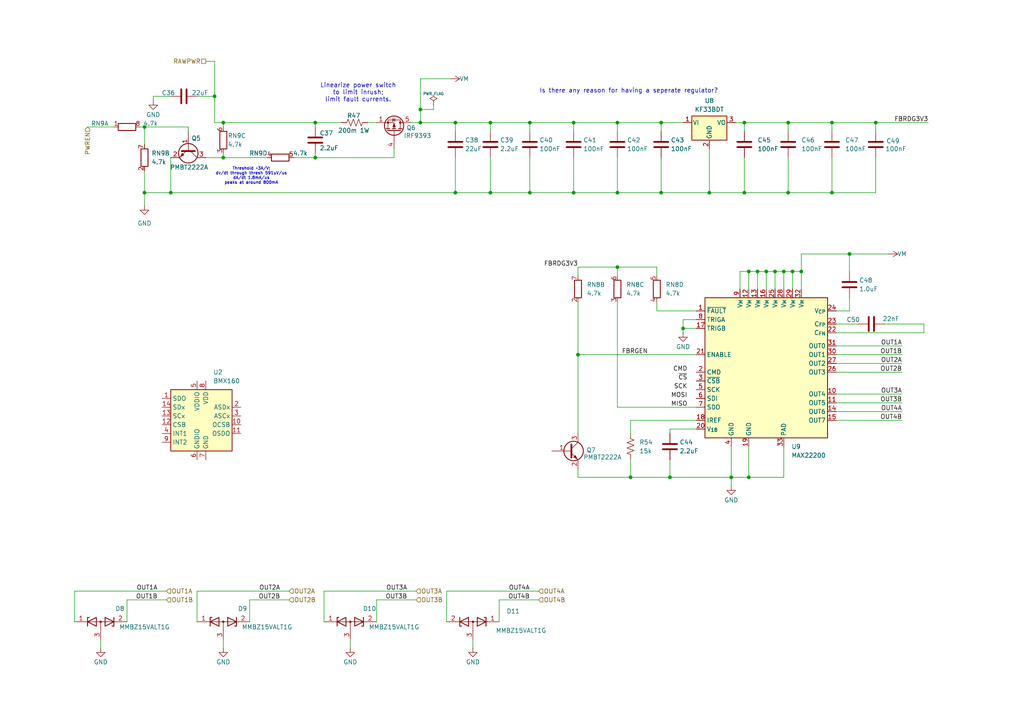
<source format=kicad_sch>
(kicad_sch
	(version 20250114)
	(generator "eeschema")
	(generator_version "9.0")
	(uuid "5e0595bb-7d20-4c14-800a-19d303194347")
	(paper "A4")
	(lib_symbols
		(symbol "Device:C"
			(pin_numbers
				(hide yes)
			)
			(pin_names
				(offset 0.254)
			)
			(exclude_from_sim no)
			(in_bom yes)
			(on_board yes)
			(property "Reference" "C"
				(at 0.635 2.54 0)
				(effects
					(font
						(size 1.27 1.27)
					)
					(justify left)
				)
			)
			(property "Value" "C"
				(at 0.635 -2.54 0)
				(effects
					(font
						(size 1.27 1.27)
					)
					(justify left)
				)
			)
			(property "Footprint" ""
				(at 0.9652 -3.81 0)
				(effects
					(font
						(size 1.27 1.27)
					)
					(hide yes)
				)
			)
			(property "Datasheet" "~"
				(at 0 0 0)
				(effects
					(font
						(size 1.27 1.27)
					)
					(hide yes)
				)
			)
			(property "Description" "Unpolarized capacitor"
				(at 0 0 0)
				(effects
					(font
						(size 1.27 1.27)
					)
					(hide yes)
				)
			)
			(property "ki_keywords" "cap capacitor"
				(at 0 0 0)
				(effects
					(font
						(size 1.27 1.27)
					)
					(hide yes)
				)
			)
			(property "ki_fp_filters" "C_*"
				(at 0 0 0)
				(effects
					(font
						(size 1.27 1.27)
					)
					(hide yes)
				)
			)
			(symbol "C_0_1"
				(polyline
					(pts
						(xy -2.032 0.762) (xy 2.032 0.762)
					)
					(stroke
						(width 0.508)
						(type default)
					)
					(fill
						(type none)
					)
				)
				(polyline
					(pts
						(xy -2.032 -0.762) (xy 2.032 -0.762)
					)
					(stroke
						(width 0.508)
						(type default)
					)
					(fill
						(type none)
					)
				)
			)
			(symbol "C_1_1"
				(pin passive line
					(at 0 3.81 270)
					(length 2.794)
					(name "~"
						(effects
							(font
								(size 1.27 1.27)
							)
						)
					)
					(number "1"
						(effects
							(font
								(size 1.27 1.27)
							)
						)
					)
				)
				(pin passive line
					(at 0 -3.81 90)
					(length 2.794)
					(name "~"
						(effects
							(font
								(size 1.27 1.27)
							)
						)
					)
					(number "2"
						(effects
							(font
								(size 1.27 1.27)
							)
						)
					)
				)
			)
			(embedded_fonts no)
		)
		(symbol "Device:D_Zener_Dual_CommonAnode_KKA"
			(pin_names
				(offset 0.762)
				(hide yes)
			)
			(exclude_from_sim no)
			(in_bom yes)
			(on_board yes)
			(property "Reference" "D"
				(at 1.27 -2.54 0)
				(effects
					(font
						(size 1.27 1.27)
					)
				)
			)
			(property "Value" "D_Zener_Dual_CommonAnode_KKA"
				(at 0 2.54 0)
				(effects
					(font
						(size 1.27 1.27)
					)
				)
			)
			(property "Footprint" ""
				(at 0 0 0)
				(effects
					(font
						(size 1.27 1.27)
					)
					(hide yes)
				)
			)
			(property "Datasheet" "~"
				(at 0 0 0)
				(effects
					(font
						(size 1.27 1.27)
					)
					(hide yes)
				)
			)
			(property "Description" "Dual Zener diode, common anode on pin 3"
				(at 0 0 0)
				(effects
					(font
						(size 1.27 1.27)
					)
					(hide yes)
				)
			)
			(property "ki_keywords" "diode zener dual"
				(at 0 0 0)
				(effects
					(font
						(size 1.27 1.27)
					)
					(hide yes)
				)
			)
			(property "ki_fp_filters" "SOT* SC*"
				(at 0 0 0)
				(effects
					(font
						(size 1.27 1.27)
					)
					(hide yes)
				)
			)
			(symbol "D_Zener_Dual_CommonAnode_KKA_0_1"
				(polyline
					(pts
						(xy -3.81 -1.27) (xy -3.81 1.27) (xy -3.302 1.27)
					)
					(stroke
						(width 0.254)
						(type default)
					)
					(fill
						(type none)
					)
				)
				(polyline
					(pts
						(xy -3.556 0) (xy 3.81 0)
					)
					(stroke
						(width 0)
						(type default)
					)
					(fill
						(type none)
					)
				)
				(polyline
					(pts
						(xy -1.27 -1.27) (xy -3.81 0) (xy -1.27 1.27) (xy -1.27 -1.27) (xy -1.27 -1.27) (xy -1.27 -1.27)
					)
					(stroke
						(width 0.254)
						(type default)
					)
					(fill
						(type none)
					)
				)
				(polyline
					(pts
						(xy 0 0) (xy 0 -2.54)
					)
					(stroke
						(width 0)
						(type default)
					)
					(fill
						(type none)
					)
				)
				(circle
					(center 0 0)
					(radius 0.254)
					(stroke
						(width 0)
						(type default)
					)
					(fill
						(type outline)
					)
				)
				(polyline
					(pts
						(xy 1.27 1.27) (xy 3.81 0) (xy 1.27 -1.27) (xy 1.27 1.27) (xy 1.27 1.27) (xy 1.27 1.27)
					)
					(stroke
						(width 0.254)
						(type default)
					)
					(fill
						(type none)
					)
				)
				(polyline
					(pts
						(xy 3.302 -1.27) (xy 3.81 -1.27) (xy 3.81 1.27)
					)
					(stroke
						(width 0.254)
						(type default)
					)
					(fill
						(type none)
					)
				)
				(pin passive line
					(at -7.62 0 0)
					(length 3.81)
					(name "K"
						(effects
							(font
								(size 1.27 1.27)
							)
						)
					)
					(number "1"
						(effects
							(font
								(size 1.27 1.27)
							)
						)
					)
				)
				(pin passive line
					(at 0 -5.08 90)
					(length 2.54)
					(name "A"
						(effects
							(font
								(size 1.27 1.27)
							)
						)
					)
					(number "3"
						(effects
							(font
								(size 1.27 1.27)
							)
						)
					)
				)
				(pin passive line
					(at 7.62 0 180)
					(length 3.81)
					(name "K"
						(effects
							(font
								(size 1.27 1.27)
							)
						)
					)
					(number "2"
						(effects
							(font
								(size 1.27 1.27)
							)
						)
					)
				)
			)
			(embedded_fonts no)
		)
		(symbol "Device:R_Pack04_Split"
			(pin_names
				(offset 0)
				(hide yes)
			)
			(exclude_from_sim no)
			(in_bom yes)
			(on_board yes)
			(property "Reference" "RN"
				(at 2.032 0 90)
				(effects
					(font
						(size 1.27 1.27)
					)
				)
			)
			(property "Value" "R_Pack04_Split"
				(at 0 0 90)
				(effects
					(font
						(size 1.27 1.27)
					)
				)
			)
			(property "Footprint" ""
				(at -2.032 0 90)
				(effects
					(font
						(size 1.27 1.27)
					)
					(hide yes)
				)
			)
			(property "Datasheet" "~"
				(at 0 0 0)
				(effects
					(font
						(size 1.27 1.27)
					)
					(hide yes)
				)
			)
			(property "Description" "4 resistor network, parallel topology, split"
				(at 0 0 0)
				(effects
					(font
						(size 1.27 1.27)
					)
					(hide yes)
				)
			)
			(property "ki_keywords" "R network parallel topology isolated"
				(at 0 0 0)
				(effects
					(font
						(size 1.27 1.27)
					)
					(hide yes)
				)
			)
			(property "ki_fp_filters" "DIP* SOIC* R*Array*Concave* R*Array*Convex*"
				(at 0 0 0)
				(effects
					(font
						(size 1.27 1.27)
					)
					(hide yes)
				)
			)
			(symbol "R_Pack04_Split_0_1"
				(rectangle
					(start 1.016 2.54)
					(end -1.016 -2.54)
					(stroke
						(width 0.254)
						(type default)
					)
					(fill
						(type none)
					)
				)
			)
			(symbol "R_Pack04_Split_1_1"
				(pin passive line
					(at 0 3.81 270)
					(length 1.27)
					(name "R1.2"
						(effects
							(font
								(size 1.27 1.27)
							)
						)
					)
					(number "8"
						(effects
							(font
								(size 1.27 1.27)
							)
						)
					)
				)
				(pin passive line
					(at 0 -3.81 90)
					(length 1.27)
					(name "R1.1"
						(effects
							(font
								(size 1.27 1.27)
							)
						)
					)
					(number "1"
						(effects
							(font
								(size 1.27 1.27)
							)
						)
					)
				)
			)
			(symbol "R_Pack04_Split_2_1"
				(pin passive line
					(at 0 3.81 270)
					(length 1.27)
					(name "R2.2"
						(effects
							(font
								(size 1.27 1.27)
							)
						)
					)
					(number "7"
						(effects
							(font
								(size 1.27 1.27)
							)
						)
					)
				)
				(pin passive line
					(at 0 -3.81 90)
					(length 1.27)
					(name "R2.1"
						(effects
							(font
								(size 1.27 1.27)
							)
						)
					)
					(number "2"
						(effects
							(font
								(size 1.27 1.27)
							)
						)
					)
				)
			)
			(symbol "R_Pack04_Split_3_1"
				(pin passive line
					(at 0 3.81 270)
					(length 1.27)
					(name "R3.2"
						(effects
							(font
								(size 1.27 1.27)
							)
						)
					)
					(number "6"
						(effects
							(font
								(size 1.27 1.27)
							)
						)
					)
				)
				(pin passive line
					(at 0 -3.81 90)
					(length 1.27)
					(name "R3.1"
						(effects
							(font
								(size 1.27 1.27)
							)
						)
					)
					(number "3"
						(effects
							(font
								(size 1.27 1.27)
							)
						)
					)
				)
			)
			(symbol "R_Pack04_Split_4_1"
				(pin passive line
					(at 0 3.81 270)
					(length 1.27)
					(name "R4.2"
						(effects
							(font
								(size 1.27 1.27)
							)
						)
					)
					(number "5"
						(effects
							(font
								(size 1.27 1.27)
							)
						)
					)
				)
				(pin passive line
					(at 0 -3.81 90)
					(length 1.27)
					(name "R4.1"
						(effects
							(font
								(size 1.27 1.27)
							)
						)
					)
					(number "4"
						(effects
							(font
								(size 1.27 1.27)
							)
						)
					)
				)
			)
			(embedded_fonts no)
		)
		(symbol "Device:R_US"
			(pin_numbers
				(hide yes)
			)
			(pin_names
				(offset 0)
			)
			(exclude_from_sim no)
			(in_bom yes)
			(on_board yes)
			(property "Reference" "R"
				(at 2.54 0 90)
				(effects
					(font
						(size 1.27 1.27)
					)
				)
			)
			(property "Value" "R_US"
				(at -2.54 0 90)
				(effects
					(font
						(size 1.27 1.27)
					)
				)
			)
			(property "Footprint" ""
				(at 1.016 -0.254 90)
				(effects
					(font
						(size 1.27 1.27)
					)
					(hide yes)
				)
			)
			(property "Datasheet" "~"
				(at 0 0 0)
				(effects
					(font
						(size 1.27 1.27)
					)
					(hide yes)
				)
			)
			(property "Description" "Resistor, US symbol"
				(at 0 0 0)
				(effects
					(font
						(size 1.27 1.27)
					)
					(hide yes)
				)
			)
			(property "ki_keywords" "R res resistor"
				(at 0 0 0)
				(effects
					(font
						(size 1.27 1.27)
					)
					(hide yes)
				)
			)
			(property "ki_fp_filters" "R_*"
				(at 0 0 0)
				(effects
					(font
						(size 1.27 1.27)
					)
					(hide yes)
				)
			)
			(symbol "R_US_0_1"
				(polyline
					(pts
						(xy 0 2.286) (xy 0 2.54)
					)
					(stroke
						(width 0)
						(type default)
					)
					(fill
						(type none)
					)
				)
				(polyline
					(pts
						(xy 0 2.286) (xy 1.016 1.905) (xy 0 1.524) (xy -1.016 1.143) (xy 0 0.762)
					)
					(stroke
						(width 0)
						(type default)
					)
					(fill
						(type none)
					)
				)
				(polyline
					(pts
						(xy 0 0.762) (xy 1.016 0.381) (xy 0 0) (xy -1.016 -0.381) (xy 0 -0.762)
					)
					(stroke
						(width 0)
						(type default)
					)
					(fill
						(type none)
					)
				)
				(polyline
					(pts
						(xy 0 -0.762) (xy 1.016 -1.143) (xy 0 -1.524) (xy -1.016 -1.905) (xy 0 -2.286)
					)
					(stroke
						(width 0)
						(type default)
					)
					(fill
						(type none)
					)
				)
				(polyline
					(pts
						(xy 0 -2.286) (xy 0 -2.54)
					)
					(stroke
						(width 0)
						(type default)
					)
					(fill
						(type none)
					)
				)
			)
			(symbol "R_US_1_1"
				(pin passive line
					(at 0 3.81 270)
					(length 1.27)
					(name "~"
						(effects
							(font
								(size 1.27 1.27)
							)
						)
					)
					(number "1"
						(effects
							(font
								(size 1.27 1.27)
							)
						)
					)
				)
				(pin passive line
					(at 0 -3.81 90)
					(length 1.27)
					(name "~"
						(effects
							(font
								(size 1.27 1.27)
							)
						)
					)
					(number "2"
						(effects
							(font
								(size 1.27 1.27)
							)
						)
					)
				)
			)
			(embedded_fonts no)
		)
		(symbol "Regulator_Linear:KF33BDT"
			(pin_names
				(offset 0.254)
			)
			(exclude_from_sim no)
			(in_bom yes)
			(on_board yes)
			(property "Reference" "U"
				(at -3.81 3.175 0)
				(effects
					(font
						(size 1.27 1.27)
					)
				)
			)
			(property "Value" "KF33BDT"
				(at 0 3.175 0)
				(effects
					(font
						(size 1.27 1.27)
					)
					(justify left)
				)
			)
			(property "Footprint" "Package_TO_SOT_SMD:TO-252-2"
				(at 0 5.715 0)
				(effects
					(font
						(size 1.27 1.27)
						(italic yes)
					)
					(hide yes)
				)
			)
			(property "Datasheet" "https://www.st.com/resource/en/datasheet/kfxx.pdf"
				(at 0 -1.27 0)
				(effects
					(font
						(size 1.27 1.27)
					)
					(hide yes)
				)
			)
			(property "Description" "Positive 500mA 20V Linear Regulator, Fixed Output 3.3V, TO-252 (D-PAK)"
				(at 0 0 0)
				(effects
					(font
						(size 1.27 1.27)
					)
					(hide yes)
				)
			)
			(property "ki_keywords" "Voltage Regulator 500mA Positive"
				(at 0 0 0)
				(effects
					(font
						(size 1.27 1.27)
					)
					(hide yes)
				)
			)
			(property "ki_fp_filters" "TO?252*"
				(at 0 0 0)
				(effects
					(font
						(size 1.27 1.27)
					)
					(hide yes)
				)
			)
			(symbol "KF33BDT_0_1"
				(rectangle
					(start -5.08 1.905)
					(end 5.08 -5.08)
					(stroke
						(width 0.254)
						(type default)
					)
					(fill
						(type background)
					)
				)
			)
			(symbol "KF33BDT_1_1"
				(pin power_in line
					(at -7.62 0 0)
					(length 2.54)
					(name "VI"
						(effects
							(font
								(size 1.27 1.27)
							)
						)
					)
					(number "1"
						(effects
							(font
								(size 1.27 1.27)
							)
						)
					)
				)
				(pin power_in line
					(at 0 -7.62 90)
					(length 2.54)
					(name "GND"
						(effects
							(font
								(size 1.27 1.27)
							)
						)
					)
					(number "2"
						(effects
							(font
								(size 1.27 1.27)
							)
						)
					)
				)
				(pin power_out line
					(at 7.62 0 180)
					(length 2.54)
					(name "VO"
						(effects
							(font
								(size 1.27 1.27)
							)
						)
					)
					(number "3"
						(effects
							(font
								(size 1.27 1.27)
							)
						)
					)
				)
			)
			(embedded_fonts no)
		)
		(symbol "Sensor_Motion:BMI160"
			(exclude_from_sim no)
			(in_bom yes)
			(on_board yes)
			(property "Reference" "U"
				(at -10.16 8.89 0)
				(effects
					(font
						(size 1.27 1.27)
					)
					(justify left)
				)
			)
			(property "Value" "BMI160"
				(at 7.62 8.89 0)
				(effects
					(font
						(size 1.27 1.27)
					)
					(justify right)
				)
			)
			(property "Footprint" "Package_LGA:Bosch_LGA-14_3x2.5mm_P0.5mm"
				(at 0 0 0)
				(effects
					(font
						(size 1.27 1.27)
					)
					(hide yes)
				)
			)
			(property "Datasheet" "https://www.bosch-sensortec.com/media/boschsensortec/downloads/datasheets/bst-bmi160-ds000.pdf"
				(at -17.78 21.59 0)
				(effects
					(font
						(size 1.27 1.27)
					)
					(hide yes)
				)
			)
			(property "Description" "Small, low power inertial measurement unit, LGA-14"
				(at 0 0 0)
				(effects
					(font
						(size 1.27 1.27)
					)
					(hide yes)
				)
			)
			(property "ki_keywords" "Bosh IMU small low power inertial measurement unit"
				(at 0 0 0)
				(effects
					(font
						(size 1.27 1.27)
					)
					(hide yes)
				)
			)
			(property "ki_fp_filters" "Bosch*LGA*3x2.5mm*P0.5mm*"
				(at 0 0 0)
				(effects
					(font
						(size 1.27 1.27)
					)
					(hide yes)
				)
			)
			(symbol "BMI160_1_1"
				(rectangle
					(start -10.16 7.62)
					(end 7.62 -10.16)
					(stroke
						(width 0.254)
						(type default)
					)
					(fill
						(type background)
					)
				)
				(pin bidirectional line
					(at -12.7 5.08 0)
					(length 2.54)
					(name "SDO"
						(effects
							(font
								(size 1.27 1.27)
							)
						)
					)
					(number "1"
						(effects
							(font
								(size 1.27 1.27)
							)
						)
					)
				)
				(pin bidirectional line
					(at -12.7 2.54 0)
					(length 2.54)
					(name "SDx"
						(effects
							(font
								(size 1.27 1.27)
							)
						)
					)
					(number "14"
						(effects
							(font
								(size 1.27 1.27)
							)
						)
					)
				)
				(pin input line
					(at -12.7 0 0)
					(length 2.54)
					(name "SCx"
						(effects
							(font
								(size 1.27 1.27)
							)
						)
					)
					(number "13"
						(effects
							(font
								(size 1.27 1.27)
							)
						)
					)
				)
				(pin input line
					(at -12.7 -2.54 0)
					(length 2.54)
					(name "CSB"
						(effects
							(font
								(size 1.27 1.27)
							)
						)
					)
					(number "12"
						(effects
							(font
								(size 1.27 1.27)
							)
						)
					)
				)
				(pin bidirectional line
					(at -12.7 -5.08 0)
					(length 2.54)
					(name "INT1"
						(effects
							(font
								(size 1.27 1.27)
							)
						)
					)
					(number "4"
						(effects
							(font
								(size 1.27 1.27)
							)
						)
					)
				)
				(pin bidirectional line
					(at -12.7 -7.62 0)
					(length 2.54)
					(name "INT2"
						(effects
							(font
								(size 1.27 1.27)
							)
						)
					)
					(number "9"
						(effects
							(font
								(size 1.27 1.27)
							)
						)
					)
				)
				(pin power_in line
					(at -2.54 10.16 270)
					(length 2.54)
					(name "VDDIO"
						(effects
							(font
								(size 1.27 1.27)
							)
						)
					)
					(number "5"
						(effects
							(font
								(size 1.27 1.27)
							)
						)
					)
				)
				(pin power_in line
					(at -2.54 -12.7 90)
					(length 2.54)
					(name "GNDIO"
						(effects
							(font
								(size 1.27 1.27)
							)
						)
					)
					(number "6"
						(effects
							(font
								(size 1.27 1.27)
							)
						)
					)
				)
				(pin power_in line
					(at 0 10.16 270)
					(length 2.54)
					(name "VDD"
						(effects
							(font
								(size 1.27 1.27)
							)
						)
					)
					(number "8"
						(effects
							(font
								(size 1.27 1.27)
							)
						)
					)
				)
				(pin power_in line
					(at 0 -12.7 90)
					(length 2.54)
					(name "GND"
						(effects
							(font
								(size 1.27 1.27)
							)
						)
					)
					(number "7"
						(effects
							(font
								(size 1.27 1.27)
							)
						)
					)
				)
				(pin bidirectional line
					(at 10.16 2.54 180)
					(length 2.54)
					(name "ASDx"
						(effects
							(font
								(size 1.27 1.27)
							)
						)
					)
					(number "2"
						(effects
							(font
								(size 1.27 1.27)
							)
						)
					)
				)
				(pin output line
					(at 10.16 0 180)
					(length 2.54)
					(name "ASCx"
						(effects
							(font
								(size 1.27 1.27)
							)
						)
					)
					(number "3"
						(effects
							(font
								(size 1.27 1.27)
							)
						)
					)
				)
				(pin bidirectional line
					(at 10.16 -2.54 180)
					(length 2.54)
					(name "OCSB"
						(effects
							(font
								(size 1.27 1.27)
							)
						)
					)
					(number "10"
						(effects
							(font
								(size 1.27 1.27)
							)
						)
					)
				)
				(pin bidirectional line
					(at 10.16 -5.08 180)
					(length 2.54)
					(name "OSDO"
						(effects
							(font
								(size 1.27 1.27)
							)
						)
					)
					(number "11"
						(effects
							(font
								(size 1.27 1.27)
							)
						)
					)
				)
			)
			(embedded_fonts no)
		)
		(symbol "Transistor_BJT:PMBT2222A"
			(pin_names
				(offset 0)
				(hide yes)
			)
			(exclude_from_sim no)
			(in_bom yes)
			(on_board yes)
			(property "Reference" "Q"
				(at 5.08 1.905 0)
				(effects
					(font
						(size 1.27 1.27)
					)
					(justify left)
				)
			)
			(property "Value" "PMBT2222A"
				(at 5.08 0 0)
				(effects
					(font
						(size 1.27 1.27)
					)
					(justify left)
				)
			)
			(property "Footprint" "Package_TO_SOT_SMD:SOT-23"
				(at 5.08 -1.905 0)
				(effects
					(font
						(size 1.27 1.27)
						(italic yes)
					)
					(justify left)
					(hide yes)
				)
			)
			(property "Datasheet" "https://assets.nexperia.com/documents/data-sheet/PMBT2222A.pdf"
				(at 0 0 0)
				(effects
					(font
						(size 1.27 1.27)
					)
					(justify left)
					(hide yes)
				)
			)
			(property "Description" "600mA Ic, 40V Vce, NPN Transistor, SOT-23"
				(at 0 0 0)
				(effects
					(font
						(size 1.27 1.27)
					)
					(hide yes)
				)
			)
			(property "ki_keywords" "NPN Transistor"
				(at 0 0 0)
				(effects
					(font
						(size 1.27 1.27)
					)
					(hide yes)
				)
			)
			(property "ki_fp_filters" "SOT?23*"
				(at 0 0 0)
				(effects
					(font
						(size 1.27 1.27)
					)
					(hide yes)
				)
			)
			(symbol "PMBT2222A_0_1"
				(polyline
					(pts
						(xy 0.635 1.905) (xy 0.635 -1.905) (xy 0.635 -1.905)
					)
					(stroke
						(width 0.508)
						(type default)
					)
					(fill
						(type none)
					)
				)
				(polyline
					(pts
						(xy 0.635 0.635) (xy 2.54 2.54)
					)
					(stroke
						(width 0)
						(type default)
					)
					(fill
						(type none)
					)
				)
				(polyline
					(pts
						(xy 0.635 -0.635) (xy 2.54 -2.54) (xy 2.54 -2.54)
					)
					(stroke
						(width 0)
						(type default)
					)
					(fill
						(type none)
					)
				)
				(circle
					(center 1.27 0)
					(radius 2.8194)
					(stroke
						(width 0.254)
						(type default)
					)
					(fill
						(type none)
					)
				)
				(polyline
					(pts
						(xy 1.27 -1.778) (xy 1.778 -1.27) (xy 2.286 -2.286) (xy 1.27 -1.778) (xy 1.27 -1.778)
					)
					(stroke
						(width 0)
						(type default)
					)
					(fill
						(type outline)
					)
				)
			)
			(symbol "PMBT2222A_1_1"
				(pin input line
					(at -5.08 0 0)
					(length 5.715)
					(name "B"
						(effects
							(font
								(size 1.27 1.27)
							)
						)
					)
					(number "1"
						(effects
							(font
								(size 1.27 1.27)
							)
						)
					)
				)
				(pin passive line
					(at 2.54 5.08 270)
					(length 2.54)
					(name "C"
						(effects
							(font
								(size 1.27 1.27)
							)
						)
					)
					(number "3"
						(effects
							(font
								(size 1.27 1.27)
							)
						)
					)
				)
				(pin passive line
					(at 2.54 -5.08 90)
					(length 2.54)
					(name "E"
						(effects
							(font
								(size 1.27 1.27)
							)
						)
					)
					(number "2"
						(effects
							(font
								(size 1.27 1.27)
							)
						)
					)
				)
			)
			(embedded_fonts no)
		)
		(symbol "Transistor_FET:IRF7404"
			(pin_names
				(hide yes)
			)
			(exclude_from_sim no)
			(in_bom yes)
			(on_board yes)
			(property "Reference" "Q"
				(at 5.08 1.905 0)
				(effects
					(font
						(size 1.27 1.27)
					)
					(justify left)
				)
			)
			(property "Value" "IRF7404"
				(at 5.08 0 0)
				(effects
					(font
						(size 1.27 1.27)
					)
					(justify left)
				)
			)
			(property "Footprint" "Package_SO:SOIC-8_3.9x4.9mm_P1.27mm"
				(at 5.08 -1.905 0)
				(effects
					(font
						(size 1.27 1.27)
						(italic yes)
					)
					(justify left)
					(hide yes)
				)
			)
			(property "Datasheet" "http://www.infineon.com/dgdl/irf7404.pdf?fileId=5546d462533600a4015355fa2b5b1b9e"
				(at 5.08 -3.81 0)
				(effects
					(font
						(size 1.27 1.27)
					)
					(justify left)
					(hide yes)
				)
			)
			(property "Description" "-6.7A Id, -20V Vds, P-Channel HEXFET Power MOSFET, SO-8"
				(at 0 0 0)
				(effects
					(font
						(size 1.27 1.27)
					)
					(hide yes)
				)
			)
			(property "ki_keywords" "P-Channel MOSFET"
				(at 0 0 0)
				(effects
					(font
						(size 1.27 1.27)
					)
					(hide yes)
				)
			)
			(property "ki_fp_filters" "SOIC*3.9x4.9mm*P1.27mm*"
				(at 0 0 0)
				(effects
					(font
						(size 1.27 1.27)
					)
					(hide yes)
				)
			)
			(symbol "IRF7404_0_1"
				(polyline
					(pts
						(xy 0.254 1.905) (xy 0.254 -1.905)
					)
					(stroke
						(width 0.254)
						(type default)
					)
					(fill
						(type none)
					)
				)
				(polyline
					(pts
						(xy 0.254 0) (xy -2.54 0)
					)
					(stroke
						(width 0)
						(type default)
					)
					(fill
						(type none)
					)
				)
				(polyline
					(pts
						(xy 0.762 2.286) (xy 0.762 1.27)
					)
					(stroke
						(width 0.254)
						(type default)
					)
					(fill
						(type none)
					)
				)
				(polyline
					(pts
						(xy 0.762 1.778) (xy 3.302 1.778) (xy 3.302 -1.778) (xy 0.762 -1.778)
					)
					(stroke
						(width 0)
						(type default)
					)
					(fill
						(type none)
					)
				)
				(polyline
					(pts
						(xy 0.762 0.508) (xy 0.762 -0.508)
					)
					(stroke
						(width 0.254)
						(type default)
					)
					(fill
						(type none)
					)
				)
				(polyline
					(pts
						(xy 0.762 -1.27) (xy 0.762 -2.286)
					)
					(stroke
						(width 0.254)
						(type default)
					)
					(fill
						(type none)
					)
				)
				(circle
					(center 1.651 0)
					(radius 2.794)
					(stroke
						(width 0.254)
						(type default)
					)
					(fill
						(type none)
					)
				)
				(polyline
					(pts
						(xy 2.286 0) (xy 1.27 0.381) (xy 1.27 -0.381) (xy 2.286 0)
					)
					(stroke
						(width 0)
						(type default)
					)
					(fill
						(type outline)
					)
				)
				(polyline
					(pts
						(xy 2.54 2.54) (xy 2.54 1.778)
					)
					(stroke
						(width 0)
						(type default)
					)
					(fill
						(type none)
					)
				)
				(circle
					(center 2.54 1.778)
					(radius 0.254)
					(stroke
						(width 0)
						(type default)
					)
					(fill
						(type outline)
					)
				)
				(circle
					(center 2.54 -1.778)
					(radius 0.254)
					(stroke
						(width 0)
						(type default)
					)
					(fill
						(type outline)
					)
				)
				(polyline
					(pts
						(xy 2.54 -2.54) (xy 2.54 0) (xy 0.762 0)
					)
					(stroke
						(width 0)
						(type default)
					)
					(fill
						(type none)
					)
				)
				(polyline
					(pts
						(xy 2.794 -0.508) (xy 2.921 -0.381) (xy 3.683 -0.381) (xy 3.81 -0.254)
					)
					(stroke
						(width 0)
						(type default)
					)
					(fill
						(type none)
					)
				)
				(polyline
					(pts
						(xy 3.302 -0.381) (xy 2.921 0.254) (xy 3.683 0.254) (xy 3.302 -0.381)
					)
					(stroke
						(width 0)
						(type default)
					)
					(fill
						(type none)
					)
				)
			)
			(symbol "IRF7404_1_1"
				(pin passive line
					(at -5.08 0 0)
					(length 2.54)
					(name "G"
						(effects
							(font
								(size 1.27 1.27)
							)
						)
					)
					(number "4"
						(effects
							(font
								(size 1.27 1.27)
							)
						)
					)
				)
				(pin passive line
					(at 2.54 5.08 270)
					(length 2.54)
					(name "D"
						(effects
							(font
								(size 1.27 1.27)
							)
						)
					)
					(number "5"
						(effects
							(font
								(size 1.27 1.27)
							)
						)
					)
				)
				(pin passive line
					(at 2.54 5.08 270)
					(length 2.54)
					(hide yes)
					(name "D"
						(effects
							(font
								(size 1.27 1.27)
							)
						)
					)
					(number "6"
						(effects
							(font
								(size 1.27 1.27)
							)
						)
					)
				)
				(pin passive line
					(at 2.54 5.08 270)
					(length 2.54)
					(hide yes)
					(name "D"
						(effects
							(font
								(size 1.27 1.27)
							)
						)
					)
					(number "7"
						(effects
							(font
								(size 1.27 1.27)
							)
						)
					)
				)
				(pin passive line
					(at 2.54 5.08 270)
					(length 2.54)
					(hide yes)
					(name "D"
						(effects
							(font
								(size 1.27 1.27)
							)
						)
					)
					(number "8"
						(effects
							(font
								(size 1.27 1.27)
							)
						)
					)
				)
				(pin passive line
					(at 2.54 -5.08 90)
					(length 2.54)
					(name "S"
						(effects
							(font
								(size 1.27 1.27)
							)
						)
					)
					(number "1"
						(effects
							(font
								(size 1.27 1.27)
							)
						)
					)
				)
				(pin passive line
					(at 2.54 -5.08 90)
					(length 2.54)
					(hide yes)
					(name "S"
						(effects
							(font
								(size 1.27 1.27)
							)
						)
					)
					(number "2"
						(effects
							(font
								(size 1.27 1.27)
							)
						)
					)
				)
				(pin passive line
					(at 2.54 -5.08 90)
					(length 2.54)
					(hide yes)
					(name "S"
						(effects
							(font
								(size 1.27 1.27)
							)
						)
					)
					(number "3"
						(effects
							(font
								(size 1.27 1.27)
							)
						)
					)
				)
			)
			(embedded_fonts no)
		)
		(symbol "nyansat-symbols:MAX22200"
			(exclude_from_sim no)
			(in_bom yes)
			(on_board yes)
			(property "Reference" "U"
				(at 21.082 -20.32 0)
				(effects
					(font
						(size 1.27 1.27)
					)
				)
			)
			(property "Value" "MAX22200"
				(at 25.146 -22.352 0)
				(effects
					(font
						(size 1.27 1.27)
					)
				)
			)
			(property "Footprint" "Package_DFN_QFN:QFN-32-1EP_5x5mm_P0.5mm_EP3.1x3.1mm_ThermalVias"
				(at 11.684 1.27 0)
				(effects
					(font
						(size 1.27 1.27)
					)
					(hide yes)
				)
			)
			(property "Datasheet" "https://www.analog.com/media/en/technical-documentation/data-sheets/MAX22200.pdf"
				(at 12.192 1.27 0)
				(effects
					(font
						(size 1.27 1.27)
					)
					(hide yes)
				)
			)
			(property "Description" "36V, 1A Octal Integrated Serial Controlled Solenoid and Motor Driver"
				(at 0 1.27 0)
				(effects
					(font
						(size 1.27 1.27)
					)
					(hide yes)
				)
			)
			(property "ki_keywords" "Brushed Motor Driver"
				(at 0 0 0)
				(effects
					(font
						(size 1.27 1.27)
					)
					(hide yes)
				)
			)
			(property "ki_fp_filters" "Maxim*TDFN*12*1EP*3x3mm*P0.5mm*EP1.7x2.5mm*"
				(at 0 0 0)
				(effects
					(font
						(size 1.27 1.27)
					)
					(hide yes)
				)
			)
			(symbol "MAX22200_0_1"
				(rectangle
					(start -17.78 21.59)
					(end 17.78 -19.05)
					(stroke
						(width 0.254)
						(type default)
					)
					(fill
						(type background)
					)
				)
			)
			(symbol "MAX22200_1_1"
				(pin open_collector line
					(at -20.32 17.78 0)
					(length 2.54)
					(name "~{FAULT}"
						(effects
							(font
								(size 1.27 1.27)
							)
						)
					)
					(number "1"
						(effects
							(font
								(size 1.27 1.27)
							)
						)
					)
				)
				(pin input line
					(at -20.32 15.24 0)
					(length 2.54)
					(name "TRIGA"
						(effects
							(font
								(size 1.27 1.27)
							)
						)
					)
					(number "8"
						(effects
							(font
								(size 1.27 1.27)
							)
						)
					)
				)
				(pin input line
					(at -20.32 12.7 0)
					(length 2.54)
					(name "TRIGB"
						(effects
							(font
								(size 1.27 1.27)
							)
						)
					)
					(number "17"
						(effects
							(font
								(size 1.27 1.27)
							)
						)
					)
				)
				(pin input line
					(at -20.32 5.08 0)
					(length 2.54)
					(name "ENABLE"
						(effects
							(font
								(size 1.27 1.27)
							)
						)
					)
					(number "21"
						(effects
							(font
								(size 1.27 1.27)
							)
						)
					)
				)
				(pin input line
					(at -20.32 0 0)
					(length 2.54)
					(name "CMD"
						(effects
							(font
								(size 1.27 1.27)
							)
						)
					)
					(number "2"
						(effects
							(font
								(size 1.27 1.27)
							)
						)
					)
				)
				(pin input line
					(at -20.32 -2.54 0)
					(length 2.54)
					(name "~{CSB}"
						(effects
							(font
								(size 1.27 1.27)
							)
						)
					)
					(number "3"
						(effects
							(font
								(size 1.27 1.27)
							)
						)
					)
				)
				(pin input line
					(at -20.32 -5.08 0)
					(length 2.54)
					(name "SCK"
						(effects
							(font
								(size 1.27 1.27)
							)
						)
					)
					(number "5"
						(effects
							(font
								(size 1.27 1.27)
							)
						)
					)
				)
				(pin input line
					(at -20.32 -7.62 0)
					(length 2.54)
					(name "SDI"
						(effects
							(font
								(size 1.27 1.27)
							)
						)
					)
					(number "6"
						(effects
							(font
								(size 1.27 1.27)
							)
						)
					)
				)
				(pin open_collector line
					(at -20.32 -10.16 0)
					(length 2.54)
					(name "SDO"
						(effects
							(font
								(size 1.27 1.27)
							)
						)
					)
					(number "7"
						(effects
							(font
								(size 1.27 1.27)
							)
						)
					)
				)
				(pin input line
					(at -20.32 -13.97 0)
					(length 2.54)
					(name "IREF"
						(effects
							(font
								(size 1.27 1.27)
							)
						)
					)
					(number "18"
						(effects
							(font
								(size 1.27 1.27)
							)
						)
					)
				)
				(pin power_out line
					(at -20.32 -16.51 0)
					(length 2.54)
					(name "V_{18}"
						(effects
							(font
								(size 1.27 1.27)
							)
						)
					)
					(number "20"
						(effects
							(font
								(size 1.27 1.27)
							)
						)
					)
				)
				(pin power_in line
					(at -10.16 -21.59 90)
					(length 2.54)
					(name "GND"
						(effects
							(font
								(size 1.27 1.27)
							)
						)
					)
					(number "4"
						(effects
							(font
								(size 1.27 1.27)
							)
						)
					)
				)
				(pin power_in line
					(at -7.62 24.13 270)
					(length 2.54)
					(name "V_{M}"
						(effects
							(font
								(size 1.27 1.27)
							)
						)
					)
					(number "9"
						(effects
							(font
								(size 1.27 1.27)
							)
						)
					)
				)
				(pin power_in line
					(at -5.08 24.13 270)
					(length 2.54)
					(name "V_{M}"
						(effects
							(font
								(size 1.27 1.27)
							)
						)
					)
					(number "12"
						(effects
							(font
								(size 1.27 1.27)
							)
						)
					)
				)
				(pin power_in line
					(at -5.08 -21.59 90)
					(length 2.54)
					(name "GND"
						(effects
							(font
								(size 1.27 1.27)
							)
						)
					)
					(number "19"
						(effects
							(font
								(size 1.27 1.27)
							)
						)
					)
				)
				(pin power_in line
					(at -2.54 24.13 270)
					(length 2.54)
					(name "V_{M}"
						(effects
							(font
								(size 1.27 1.27)
							)
						)
					)
					(number "13"
						(effects
							(font
								(size 1.27 1.27)
							)
						)
					)
				)
				(pin power_in line
					(at 0 24.13 270)
					(length 2.54)
					(name "V_{M}"
						(effects
							(font
								(size 1.27 1.27)
							)
						)
					)
					(number "16"
						(effects
							(font
								(size 1.27 1.27)
							)
						)
					)
				)
				(pin power_in line
					(at 2.54 24.13 270)
					(length 2.54)
					(name "V_{M}"
						(effects
							(font
								(size 1.27 1.27)
							)
						)
					)
					(number "25"
						(effects
							(font
								(size 1.27 1.27)
							)
						)
					)
				)
				(pin power_in line
					(at 5.08 24.13 270)
					(length 2.54)
					(name "V_{M}"
						(effects
							(font
								(size 1.27 1.27)
							)
						)
					)
					(number "28"
						(effects
							(font
								(size 1.27 1.27)
							)
						)
					)
				)
				(pin passive line
					(at 5.08 -21.59 90)
					(length 2.54)
					(name "PAD"
						(effects
							(font
								(size 1.27 1.27)
							)
						)
					)
					(number "33"
						(effects
							(font
								(size 1.27 1.27)
							)
						)
					)
				)
				(pin power_in line
					(at 7.62 24.13 270)
					(length 2.54)
					(name "V_{M}"
						(effects
							(font
								(size 1.27 1.27)
							)
						)
					)
					(number "29"
						(effects
							(font
								(size 1.27 1.27)
							)
						)
					)
				)
				(pin power_in line
					(at 10.16 24.13 270)
					(length 2.54)
					(name "V_{M}"
						(effects
							(font
								(size 1.27 1.27)
							)
						)
					)
					(number "32"
						(effects
							(font
								(size 1.27 1.27)
							)
						)
					)
				)
				(pin passive line
					(at 20.32 17.78 180)
					(length 2.54)
					(name "V_{CP}"
						(effects
							(font
								(size 1.27 1.27)
							)
						)
					)
					(number "24"
						(effects
							(font
								(size 1.27 1.27)
							)
						)
					)
				)
				(pin passive line
					(at 20.32 13.97 180)
					(length 2.54)
					(name "C_{FP}"
						(effects
							(font
								(size 1.27 1.27)
							)
						)
					)
					(number "23"
						(effects
							(font
								(size 1.27 1.27)
							)
						)
					)
				)
				(pin passive line
					(at 20.32 11.43 180)
					(length 2.54)
					(name "C_{FN}"
						(effects
							(font
								(size 1.27 1.27)
							)
						)
					)
					(number "22"
						(effects
							(font
								(size 1.27 1.27)
							)
						)
					)
				)
				(pin output line
					(at 20.32 7.62 180)
					(length 2.54)
					(name "OUT0"
						(effects
							(font
								(size 1.27 1.27)
							)
						)
					)
					(number "31"
						(effects
							(font
								(size 1.27 1.27)
							)
						)
					)
				)
				(pin output line
					(at 20.32 5.08 180)
					(length 2.54)
					(name "OUT1"
						(effects
							(font
								(size 1.27 1.27)
							)
						)
					)
					(number "30"
						(effects
							(font
								(size 1.27 1.27)
							)
						)
					)
				)
				(pin output line
					(at 20.32 2.54 180)
					(length 2.54)
					(name "OUT2"
						(effects
							(font
								(size 1.27 1.27)
							)
						)
					)
					(number "27"
						(effects
							(font
								(size 1.27 1.27)
							)
						)
					)
				)
				(pin output line
					(at 20.32 0 180)
					(length 2.54)
					(name "OUT3"
						(effects
							(font
								(size 1.27 1.27)
							)
						)
					)
					(number "26"
						(effects
							(font
								(size 1.27 1.27)
							)
						)
					)
				)
				(pin output line
					(at 20.32 -6.35 180)
					(length 2.54)
					(name "OUT4"
						(effects
							(font
								(size 1.27 1.27)
							)
						)
					)
					(number "10"
						(effects
							(font
								(size 1.27 1.27)
							)
						)
					)
				)
				(pin output line
					(at 20.32 -8.89 180)
					(length 2.54)
					(name "OUT5"
						(effects
							(font
								(size 1.27 1.27)
							)
						)
					)
					(number "11"
						(effects
							(font
								(size 1.27 1.27)
							)
						)
					)
				)
				(pin output line
					(at 20.32 -11.43 180)
					(length 2.54)
					(name "OUT6"
						(effects
							(font
								(size 1.27 1.27)
							)
						)
					)
					(number "14"
						(effects
							(font
								(size 1.27 1.27)
							)
						)
					)
				)
				(pin output line
					(at 20.32 -13.97 180)
					(length 2.54)
					(name "OUT7"
						(effects
							(font
								(size 1.27 1.27)
							)
						)
					)
					(number "15"
						(effects
							(font
								(size 1.27 1.27)
							)
						)
					)
				)
			)
			(embedded_fonts no)
		)
		(symbol "power:+7.5V"
			(power)
			(pin_numbers
				(hide yes)
			)
			(pin_names
				(offset 0)
				(hide yes)
			)
			(exclude_from_sim no)
			(in_bom yes)
			(on_board yes)
			(property "Reference" "#PWR"
				(at 0 -3.81 0)
				(effects
					(font
						(size 1.27 1.27)
					)
					(hide yes)
				)
			)
			(property "Value" "+7.5V"
				(at 0 3.556 0)
				(effects
					(font
						(size 1.27 1.27)
					)
				)
			)
			(property "Footprint" ""
				(at 0 0 0)
				(effects
					(font
						(size 1.27 1.27)
					)
					(hide yes)
				)
			)
			(property "Datasheet" ""
				(at 0 0 0)
				(effects
					(font
						(size 1.27 1.27)
					)
					(hide yes)
				)
			)
			(property "Description" "Power symbol creates a global label with name \"+7.5V\""
				(at 0 0 0)
				(effects
					(font
						(size 1.27 1.27)
					)
					(hide yes)
				)
			)
			(property "ki_keywords" "global power"
				(at 0 0 0)
				(effects
					(font
						(size 1.27 1.27)
					)
					(hide yes)
				)
			)
			(symbol "+7.5V_0_1"
				(polyline
					(pts
						(xy -0.762 1.27) (xy 0 2.54)
					)
					(stroke
						(width 0)
						(type default)
					)
					(fill
						(type none)
					)
				)
				(polyline
					(pts
						(xy 0 2.54) (xy 0.762 1.27)
					)
					(stroke
						(width 0)
						(type default)
					)
					(fill
						(type none)
					)
				)
				(polyline
					(pts
						(xy 0 0) (xy 0 2.54)
					)
					(stroke
						(width 0)
						(type default)
					)
					(fill
						(type none)
					)
				)
			)
			(symbol "+7.5V_1_1"
				(pin power_in line
					(at 0 0 90)
					(length 0)
					(name "~"
						(effects
							(font
								(size 1.27 1.27)
							)
						)
					)
					(number "1"
						(effects
							(font
								(size 1.27 1.27)
							)
						)
					)
				)
			)
			(embedded_fonts no)
		)
		(symbol "power:GND"
			(power)
			(pin_numbers
				(hide yes)
			)
			(pin_names
				(offset 0)
				(hide yes)
			)
			(exclude_from_sim no)
			(in_bom yes)
			(on_board yes)
			(property "Reference" "#PWR"
				(at 0 -6.35 0)
				(effects
					(font
						(size 1.27 1.27)
					)
					(hide yes)
				)
			)
			(property "Value" "GND"
				(at 0 -3.81 0)
				(effects
					(font
						(size 1.27 1.27)
					)
				)
			)
			(property "Footprint" ""
				(at 0 0 0)
				(effects
					(font
						(size 1.27 1.27)
					)
					(hide yes)
				)
			)
			(property "Datasheet" ""
				(at 0 0 0)
				(effects
					(font
						(size 1.27 1.27)
					)
					(hide yes)
				)
			)
			(property "Description" "Power symbol creates a global label with name \"GND\" , ground"
				(at 0 0 0)
				(effects
					(font
						(size 1.27 1.27)
					)
					(hide yes)
				)
			)
			(property "ki_keywords" "global power"
				(at 0 0 0)
				(effects
					(font
						(size 1.27 1.27)
					)
					(hide yes)
				)
			)
			(symbol "GND_0_1"
				(polyline
					(pts
						(xy 0 0) (xy 0 -1.27) (xy 1.27 -1.27) (xy 0 -2.54) (xy -1.27 -1.27) (xy 0 -1.27)
					)
					(stroke
						(width 0)
						(type default)
					)
					(fill
						(type none)
					)
				)
			)
			(symbol "GND_1_1"
				(pin power_in line
					(at 0 0 270)
					(length 0)
					(name "~"
						(effects
							(font
								(size 1.27 1.27)
							)
						)
					)
					(number "1"
						(effects
							(font
								(size 1.27 1.27)
							)
						)
					)
				)
			)
			(embedded_fonts no)
		)
		(symbol "power:PWR_FLAG"
			(power)
			(pin_numbers
				(hide yes)
			)
			(pin_names
				(offset 0)
				(hide yes)
			)
			(exclude_from_sim no)
			(in_bom yes)
			(on_board yes)
			(property "Reference" "#FLG"
				(at 0 1.905 0)
				(effects
					(font
						(size 1.27 1.27)
					)
					(hide yes)
				)
			)
			(property "Value" "PWR_FLAG"
				(at 0 3.81 0)
				(effects
					(font
						(size 1.27 1.27)
					)
				)
			)
			(property "Footprint" ""
				(at 0 0 0)
				(effects
					(font
						(size 1.27 1.27)
					)
					(hide yes)
				)
			)
			(property "Datasheet" "~"
				(at 0 0 0)
				(effects
					(font
						(size 1.27 1.27)
					)
					(hide yes)
				)
			)
			(property "Description" "Special symbol for telling ERC where power comes from"
				(at 0 0 0)
				(effects
					(font
						(size 1.27 1.27)
					)
					(hide yes)
				)
			)
			(property "ki_keywords" "flag power"
				(at 0 0 0)
				(effects
					(font
						(size 1.27 1.27)
					)
					(hide yes)
				)
			)
			(symbol "PWR_FLAG_0_0"
				(pin power_out line
					(at 0 0 90)
					(length 0)
					(name "~"
						(effects
							(font
								(size 1.27 1.27)
							)
						)
					)
					(number "1"
						(effects
							(font
								(size 1.27 1.27)
							)
						)
					)
				)
			)
			(symbol "PWR_FLAG_0_1"
				(polyline
					(pts
						(xy 0 0) (xy 0 1.27) (xy -1.016 1.905) (xy 0 2.54) (xy 1.016 1.905) (xy 0 1.27)
					)
					(stroke
						(width 0)
						(type default)
					)
					(fill
						(type none)
					)
				)
			)
			(embedded_fonts no)
		)
	)
	(text "Is there any reason for having a seperate regulator?"
		(exclude_from_sim no)
		(at 182.372 26.416 0)
		(effects
			(font
				(size 1.27 1.27)
			)
		)
		(uuid "0e25149e-2ec5-4ff8-8369-5565996a12c1")
	)
	(text "Linearize power switch\nto limit inrush;\nlimit fault currents."
		(exclude_from_sim no)
		(at 103.886 26.924 0)
		(effects
			(font
				(size 1.27 1.27)
			)
		)
		(uuid "1bc11083-e322-4ccf-854c-eaabdf7aa7f6")
	)
	(text "Threshold ~3A/V;\ndv/dt through thresh 591uV/us\ndA/dt 1.8mA/us\npeaks at around 800mA"
		(exclude_from_sim no)
		(at 72.898 51.054 0)
		(effects
			(font
				(size 0.85 0.85)
			)
		)
		(uuid "d77fea1b-ba5c-4e25-adae-a4c912c5fdb3")
	)
	(junction
		(at 224.79 78.74)
		(diameter 0)
		(color 0 0 0 0)
		(uuid "05009a17-b059-4972-9a60-57efd0589c4c")
	)
	(junction
		(at 229.87 78.74)
		(diameter 0)
		(color 0 0 0 0)
		(uuid "0d879e2b-d8d0-4411-9fcb-82d813b38960")
	)
	(junction
		(at 41.91 55.88)
		(diameter 0)
		(color 0 0 0 0)
		(uuid "0f2bbe48-a4dd-4b12-b26c-19b92b0b7f21")
	)
	(junction
		(at 49.53 55.88)
		(diameter 0)
		(color 0 0 0 0)
		(uuid "17b16949-163d-4043-aa54-529df4356497")
	)
	(junction
		(at 215.9 35.56)
		(diameter 0)
		(color 0 0 0 0)
		(uuid "25eb7d66-5f42-4cce-b0a3-216140fc0773")
	)
	(junction
		(at 228.6 35.56)
		(diameter 0)
		(color 0 0 0 0)
		(uuid "28fa02cf-3a13-432b-b1c8-d3bd385121e8")
	)
	(junction
		(at 179.07 55.88)
		(diameter 0)
		(color 0 0 0 0)
		(uuid "2d9e0d47-9245-40fd-b7f1-17b1f46500b6")
	)
	(junction
		(at 121.92 31.75)
		(diameter 0)
		(color 0 0 0 0)
		(uuid "358bb590-2ff1-41bd-96cc-767799225a7b")
	)
	(junction
		(at 166.37 35.56)
		(diameter 0)
		(color 0 0 0 0)
		(uuid "36910865-92bb-41cb-afd3-efc2d4add116")
	)
	(junction
		(at 227.33 78.74)
		(diameter 0)
		(color 0 0 0 0)
		(uuid "3abc7d71-d531-49ac-90cb-d3e0632f950f")
	)
	(junction
		(at 198.12 95.25)
		(diameter 0)
		(color 0 0 0 0)
		(uuid "478ced3d-b2b4-4c4e-8876-1c4423207768")
	)
	(junction
		(at 153.67 35.56)
		(diameter 0)
		(color 0 0 0 0)
		(uuid "50aaf388-e9d4-4d60-b818-03f1372401d9")
	)
	(junction
		(at 215.9 55.88)
		(diameter 0)
		(color 0 0 0 0)
		(uuid "54f0ac60-76e4-443e-9b34-c82ab15e44da")
	)
	(junction
		(at 132.08 55.88)
		(diameter 0)
		(color 0 0 0 0)
		(uuid "5d7a9339-5da0-4629-aa07-33d3b1468b54")
	)
	(junction
		(at 41.91 36.83)
		(diameter 0)
		(color 0 0 0 0)
		(uuid "620ddf5f-6a7d-4cf5-8377-ccf097077719")
	)
	(junction
		(at 217.17 138.43)
		(diameter 0)
		(color 0 0 0 0)
		(uuid "69537d14-0337-4bd1-ad75-d2b7feeb45bb")
	)
	(junction
		(at 219.71 78.74)
		(diameter 0)
		(color 0 0 0 0)
		(uuid "6ba52149-2600-48b7-a4b4-0992eb8f2ead")
	)
	(junction
		(at 241.3 35.56)
		(diameter 0)
		(color 0 0 0 0)
		(uuid "6bac0eb5-3d68-4443-a468-52a8542901b3")
	)
	(junction
		(at 142.24 55.88)
		(diameter 0)
		(color 0 0 0 0)
		(uuid "745642cd-3f1d-4ff1-9237-6e8ea54643c2")
	)
	(junction
		(at 153.67 55.88)
		(diameter 0)
		(color 0 0 0 0)
		(uuid "772d7173-cddc-40c7-abbe-d312e44d1be3")
	)
	(junction
		(at 254 35.56)
		(diameter 0)
		(color 0 0 0 0)
		(uuid "8aec0c32-5220-4e16-955f-b6df7b44edb7")
	)
	(junction
		(at 222.25 78.74)
		(diameter 0)
		(color 0 0 0 0)
		(uuid "90192eff-d426-40bc-9974-071216eec862")
	)
	(junction
		(at 194.31 138.43)
		(diameter 0)
		(color 0 0 0 0)
		(uuid "92e021db-48bd-4e93-80ff-bbdae5c607cb")
	)
	(junction
		(at 167.64 102.87)
		(diameter 0)
		(color 0 0 0 0)
		(uuid "9c1240fe-eb42-400e-a851-42cbf6164a02")
	)
	(junction
		(at 91.44 35.56)
		(diameter 0)
		(color 0 0 0 0)
		(uuid "9e6165dd-de21-4801-82f8-9aff4d9a740e")
	)
	(junction
		(at 232.41 78.74)
		(diameter 0)
		(color 0 0 0 0)
		(uuid "a01d0b0d-8e44-4f30-876e-994c35baf2d3")
	)
	(junction
		(at 212.09 138.43)
		(diameter 0)
		(color 0 0 0 0)
		(uuid "a1853aa4-fb09-44c6-a2d2-dfd17dd1c77c")
	)
	(junction
		(at 166.37 55.88)
		(diameter 0)
		(color 0 0 0 0)
		(uuid "a1fc50f9-cdc0-4f40-b898-82ed9563b643")
	)
	(junction
		(at 179.07 35.56)
		(diameter 0)
		(color 0 0 0 0)
		(uuid "a511ca36-a98f-49d3-9d00-89f25da7af2e")
	)
	(junction
		(at 191.77 55.88)
		(diameter 0)
		(color 0 0 0 0)
		(uuid "a9bdb47e-b0e9-4e3b-bc45-4446cba1ed44")
	)
	(junction
		(at 64.77 35.56)
		(diameter 0)
		(color 0 0 0 0)
		(uuid "aa9eccb5-27d6-47c4-8afd-48eff29db42c")
	)
	(junction
		(at 64.77 45.72)
		(diameter 0)
		(color 0 0 0 0)
		(uuid "b47cc21c-5289-4636-84db-e3d3f4c373c3")
	)
	(junction
		(at 91.44 45.72)
		(diameter 0)
		(color 0 0 0 0)
		(uuid "bc26263f-61c3-42d3-8ec6-8cbb5c299eb0")
	)
	(junction
		(at 121.92 35.56)
		(diameter 0)
		(color 0 0 0 0)
		(uuid "bde16bd7-abe3-48c7-afc8-ce64ea9c3b63")
	)
	(junction
		(at 205.74 55.88)
		(diameter 0)
		(color 0 0 0 0)
		(uuid "c3da6e05-0cc1-4ac4-9dee-bb39691b57b7")
	)
	(junction
		(at 246.38 73.66)
		(diameter 0)
		(color 0 0 0 0)
		(uuid "c459c9ba-0530-4452-9c01-63f4de3984b7")
	)
	(junction
		(at 191.77 35.56)
		(diameter 0)
		(color 0 0 0 0)
		(uuid "ccedd4f4-2ae8-4cf2-8b69-12ae18f3c2cc")
	)
	(junction
		(at 182.88 138.43)
		(diameter 0)
		(color 0 0 0 0)
		(uuid "d19c92d8-ae31-4094-aa86-8b00622d2d2d")
	)
	(junction
		(at 142.24 35.56)
		(diameter 0)
		(color 0 0 0 0)
		(uuid "dc5052b0-dfe7-4140-9132-099e4652fc4a")
	)
	(junction
		(at 217.17 78.74)
		(diameter 0)
		(color 0 0 0 0)
		(uuid "dfe6a7d5-43ff-42eb-80d8-63e9c6febbbd")
	)
	(junction
		(at 179.07 77.47)
		(diameter 0)
		(color 0 0 0 0)
		(uuid "e20d70ad-e0bd-4d3f-bbf6-241d7697ab7a")
	)
	(junction
		(at 241.3 55.88)
		(diameter 0)
		(color 0 0 0 0)
		(uuid "e47a8355-d673-4030-9a88-5c40f54e0d60")
	)
	(junction
		(at 132.08 35.56)
		(diameter 0)
		(color 0 0 0 0)
		(uuid "edf41430-25aa-4b9e-8d39-f550c46c67ec")
	)
	(junction
		(at 62.23 27.94)
		(diameter 0)
		(color 0 0 0 0)
		(uuid "f5689cfa-b552-4fc3-9759-631be6bd1db3")
	)
	(junction
		(at 228.6 55.88)
		(diameter 0)
		(color 0 0 0 0)
		(uuid "f962bbd9-9546-4033-a84c-240f156fc7a4")
	)
	(wire
		(pts
			(xy 167.64 138.43) (xy 182.88 138.43)
		)
		(stroke
			(width 0)
			(type default)
		)
		(uuid "01943515-3e54-4245-a0b2-ab3c3d7e52ef")
	)
	(wire
		(pts
			(xy 198.12 95.25) (xy 198.12 96.52)
		)
		(stroke
			(width 0)
			(type default)
		)
		(uuid "0604b66f-f38c-477f-93ba-bf0ec35a0692")
	)
	(wire
		(pts
			(xy 64.77 35.56) (xy 91.44 35.56)
		)
		(stroke
			(width 0)
			(type default)
		)
		(uuid "08aa8f33-81da-4b27-8326-a9074b7acb99")
	)
	(wire
		(pts
			(xy 41.91 36.83) (xy 54.61 36.83)
		)
		(stroke
			(width 0)
			(type default)
		)
		(uuid "0959565f-9680-479e-8db1-7ce7cbd2bc8e")
	)
	(wire
		(pts
			(xy 167.64 87.63) (xy 167.64 102.87)
		)
		(stroke
			(width 0)
			(type default)
		)
		(uuid "0b53b5ea-7c27-46d5-8baa-436827cdf934")
	)
	(wire
		(pts
			(xy 229.87 78.74) (xy 229.87 83.82)
		)
		(stroke
			(width 0)
			(type default)
		)
		(uuid "0df085b6-1c42-4554-9bb1-efd9c577db3d")
	)
	(wire
		(pts
			(xy 167.64 77.47) (xy 167.64 80.01)
		)
		(stroke
			(width 0)
			(type default)
		)
		(uuid "0f0393f7-b611-4483-9273-ef2eff93fe23")
	)
	(wire
		(pts
			(xy 217.17 129.54) (xy 217.17 138.43)
		)
		(stroke
			(width 0)
			(type default)
		)
		(uuid "0f14cfb7-29ec-4a92-a153-832aa2b81a77")
	)
	(wire
		(pts
			(xy 224.79 78.74) (xy 224.79 83.82)
		)
		(stroke
			(width 0)
			(type default)
		)
		(uuid "11e1b714-a371-480f-adf0-d5fa34dde318")
	)
	(wire
		(pts
			(xy 194.31 124.46) (xy 194.31 125.73)
		)
		(stroke
			(width 0)
			(type default)
		)
		(uuid "12844e40-2a89-43c6-8b79-3de1def1acda")
	)
	(wire
		(pts
			(xy 256.54 93.98) (xy 267.97 93.98)
		)
		(stroke
			(width 0)
			(type default)
		)
		(uuid "14b80dc2-2ca1-47fe-bc71-056bb5c05063")
	)
	(wire
		(pts
			(xy 190.5 90.17) (xy 201.93 90.17)
		)
		(stroke
			(width 0)
			(type default)
		)
		(uuid "14ee0949-2a39-4660-824d-0c6a9fd6b685")
	)
	(wire
		(pts
			(xy 57.15 27.94) (xy 62.23 27.94)
		)
		(stroke
			(width 0)
			(type default)
		)
		(uuid "156cd9a9-aad3-4289-bb90-303e59e3f460")
	)
	(wire
		(pts
			(xy 242.57 96.52) (xy 267.97 96.52)
		)
		(stroke
			(width 0)
			(type default)
		)
		(uuid "15ea03df-434e-4f9d-93ba-f1b9b399c238")
	)
	(wire
		(pts
			(xy 242.57 93.98) (xy 248.92 93.98)
		)
		(stroke
			(width 0)
			(type default)
		)
		(uuid "19a11d85-23bb-4fbc-b023-77b79d594d7e")
	)
	(wire
		(pts
			(xy 153.67 55.88) (xy 166.37 55.88)
		)
		(stroke
			(width 0)
			(type default)
		)
		(uuid "1c46e889-40e1-46aa-b5a7-be5b572ef60d")
	)
	(wire
		(pts
			(xy 219.71 78.74) (xy 217.17 78.74)
		)
		(stroke
			(width 0)
			(type default)
		)
		(uuid "1c5b0098-1ea8-4e45-9875-502f9603d373")
	)
	(wire
		(pts
			(xy 144.78 173.99) (xy 144.78 180.34)
		)
		(stroke
			(width 0)
			(type default)
		)
		(uuid "1dacddf3-394e-49ee-9441-bc54074df824")
	)
	(wire
		(pts
			(xy 179.07 35.56) (xy 179.07 38.1)
		)
		(stroke
			(width 0)
			(type default)
		)
		(uuid "1df73540-1260-49d9-9ec0-5af9461b48c1")
	)
	(wire
		(pts
			(xy 232.41 78.74) (xy 232.41 83.82)
		)
		(stroke
			(width 0)
			(type default)
		)
		(uuid "22fd9182-3d20-4d7f-844a-fef939ab33db")
	)
	(wire
		(pts
			(xy 213.36 35.56) (xy 215.9 35.56)
		)
		(stroke
			(width 0)
			(type default)
		)
		(uuid "23196fec-a0b5-45f1-8538-bb04ae3d1704")
	)
	(wire
		(pts
			(xy 153.67 35.56) (xy 166.37 35.56)
		)
		(stroke
			(width 0)
			(type default)
		)
		(uuid "24db7d7d-de6b-46ef-bf70-6bae8fcd02fd")
	)
	(wire
		(pts
			(xy 242.57 121.92) (xy 261.62 121.92)
		)
		(stroke
			(width 0)
			(type default)
		)
		(uuid "25847786-ba57-4d99-9cd1-d24620c072da")
	)
	(wire
		(pts
			(xy 144.78 173.99) (xy 156.21 173.99)
		)
		(stroke
			(width 0)
			(type default)
		)
		(uuid "278d4315-9e24-4287-bc0f-b467d09133c4")
	)
	(wire
		(pts
			(xy 64.77 35.56) (xy 64.77 36.83)
		)
		(stroke
			(width 0)
			(type default)
		)
		(uuid "28f2aa15-3184-4ea2-b25e-be9279154945")
	)
	(wire
		(pts
			(xy 166.37 55.88) (xy 179.07 55.88)
		)
		(stroke
			(width 0)
			(type default)
		)
		(uuid "29b2cbdf-0c8a-4b7b-8b7f-e97533e4a907")
	)
	(wire
		(pts
			(xy 93.98 171.45) (xy 93.98 180.34)
		)
		(stroke
			(width 0)
			(type default)
		)
		(uuid "2b4558eb-05c4-45a4-9d88-1c98530704c2")
	)
	(wire
		(pts
			(xy 254 35.56) (xy 269.24 35.56)
		)
		(stroke
			(width 0)
			(type default)
		)
		(uuid "2cac88f9-7937-4227-9c9f-549e81ed23cb")
	)
	(wire
		(pts
			(xy 215.9 55.88) (xy 205.74 55.88)
		)
		(stroke
			(width 0)
			(type default)
		)
		(uuid "301ab8c3-0aa5-4993-8993-9d117730935a")
	)
	(wire
		(pts
			(xy 132.08 45.72) (xy 132.08 55.88)
		)
		(stroke
			(width 0)
			(type default)
		)
		(uuid "308859e4-f058-4098-9609-ceada6050820")
	)
	(wire
		(pts
			(xy 182.88 121.92) (xy 201.93 121.92)
		)
		(stroke
			(width 0)
			(type default)
		)
		(uuid "364e739c-41bb-4694-ab2e-bcbb34e1e497")
	)
	(wire
		(pts
			(xy 228.6 38.1) (xy 228.6 35.56)
		)
		(stroke
			(width 0)
			(type default)
		)
		(uuid "3a011a42-6077-43c0-bb36-69f92200a027")
	)
	(wire
		(pts
			(xy 267.97 93.98) (xy 267.97 96.52)
		)
		(stroke
			(width 0)
			(type default)
		)
		(uuid "3bebd0b0-2361-41fc-af26-4ef7d97c7323")
	)
	(wire
		(pts
			(xy 205.74 43.18) (xy 205.74 55.88)
		)
		(stroke
			(width 0)
			(type default)
		)
		(uuid "3e2d0a2e-54c4-4adc-9f38-71b20d0ac944")
	)
	(wire
		(pts
			(xy 228.6 35.56) (xy 215.9 35.56)
		)
		(stroke
			(width 0)
			(type default)
		)
		(uuid "3f3ac78a-1d3c-41bf-a224-7b75b50b1579")
	)
	(wire
		(pts
			(xy 241.3 35.56) (xy 228.6 35.56)
		)
		(stroke
			(width 0)
			(type default)
		)
		(uuid "3f6469f7-9cda-4bdb-8533-9f4fd83f608c")
	)
	(wire
		(pts
			(xy 241.3 45.72) (xy 241.3 55.88)
		)
		(stroke
			(width 0)
			(type default)
		)
		(uuid "47254669-537a-449a-a9b4-2ccde51c9021")
	)
	(wire
		(pts
			(xy 201.93 92.71) (xy 198.12 92.71)
		)
		(stroke
			(width 0)
			(type default)
		)
		(uuid "493acddc-5ade-4209-8273-cc812e6216bc")
	)
	(wire
		(pts
			(xy 129.54 171.45) (xy 129.54 180.34)
		)
		(stroke
			(width 0)
			(type default)
		)
		(uuid "496531d4-4b44-42fe-b548-8ae54ae88fab")
	)
	(wire
		(pts
			(xy 153.67 45.72) (xy 153.67 55.88)
		)
		(stroke
			(width 0)
			(type default)
		)
		(uuid "49b5563a-f7f4-4c01-8360-78d69ce54d70")
	)
	(wire
		(pts
			(xy 57.15 171.45) (xy 83.82 171.45)
		)
		(stroke
			(width 0)
			(type default)
		)
		(uuid "4f9c0b2b-a12c-427c-9b8b-fd2f7deb7b42")
	)
	(wire
		(pts
			(xy 182.88 138.43) (xy 182.88 133.35)
		)
		(stroke
			(width 0)
			(type default)
		)
		(uuid "57ce7cb9-ee4f-416a-9eda-038301503a3f")
	)
	(wire
		(pts
			(xy 227.33 129.54) (xy 227.33 138.43)
		)
		(stroke
			(width 0)
			(type default)
		)
		(uuid "5a4eb691-8b2c-4be1-9aff-329feb2a84a6")
	)
	(wire
		(pts
			(xy 167.64 77.47) (xy 179.07 77.47)
		)
		(stroke
			(width 0)
			(type default)
		)
		(uuid "5a68f4df-3a81-4b3d-a37e-1b6bc89bdfea")
	)
	(wire
		(pts
			(xy 85.09 45.72) (xy 91.44 45.72)
		)
		(stroke
			(width 0)
			(type default)
		)
		(uuid "5aec0fbb-4445-4346-a87c-85d955501cb4")
	)
	(wire
		(pts
			(xy 201.93 124.46) (xy 194.31 124.46)
		)
		(stroke
			(width 0)
			(type default)
		)
		(uuid "5d6363f4-cf73-4a22-ab3f-4e274cb5fc85")
	)
	(wire
		(pts
			(xy 201.93 118.11) (xy 179.07 118.11)
		)
		(stroke
			(width 0)
			(type default)
		)
		(uuid "5fc94149-46df-434b-8121-77579507f355")
	)
	(wire
		(pts
			(xy 227.33 78.74) (xy 227.33 83.82)
		)
		(stroke
			(width 0)
			(type default)
		)
		(uuid "602e868f-c966-4f13-92fe-8476742312a3")
	)
	(wire
		(pts
			(xy 62.23 27.94) (xy 62.23 35.56)
		)
		(stroke
			(width 0)
			(type default)
		)
		(uuid "625d3500-4019-4a6d-ac72-798709031a90")
	)
	(wire
		(pts
			(xy 242.57 114.3) (xy 261.62 114.3)
		)
		(stroke
			(width 0)
			(type default)
		)
		(uuid "63c93697-3bcd-49d2-b6f2-f6a0ec24499c")
	)
	(wire
		(pts
			(xy 142.24 45.72) (xy 142.24 55.88)
		)
		(stroke
			(width 0)
			(type default)
		)
		(uuid "63ca52e1-4065-4236-a2b2-4c96a16d21d6")
	)
	(wire
		(pts
			(xy 179.07 45.72) (xy 179.07 55.88)
		)
		(stroke
			(width 0)
			(type default)
		)
		(uuid "640efbc3-651c-4eed-ada2-abe1a42aa657")
	)
	(wire
		(pts
			(xy 182.88 125.73) (xy 182.88 121.92)
		)
		(stroke
			(width 0)
			(type default)
		)
		(uuid "67a48ffb-f0da-4678-ab88-e6e0ffbf9077")
	)
	(wire
		(pts
			(xy 109.22 173.99) (xy 120.65 173.99)
		)
		(stroke
			(width 0)
			(type default)
		)
		(uuid "6ae279a6-9ef1-4d71-8a74-5eac22d1cc2d")
	)
	(wire
		(pts
			(xy 72.39 173.99) (xy 83.82 173.99)
		)
		(stroke
			(width 0)
			(type default)
		)
		(uuid "6c388cb7-9379-4502-851a-7d3d27991cf2")
	)
	(wire
		(pts
			(xy 215.9 45.72) (xy 215.9 55.88)
		)
		(stroke
			(width 0)
			(type default)
		)
		(uuid "6dd230b5-8ddb-4794-bfcc-0d644837b4df")
	)
	(wire
		(pts
			(xy 198.12 92.71) (xy 198.12 95.25)
		)
		(stroke
			(width 0)
			(type default)
		)
		(uuid "6e517045-d319-48d0-9f0a-9ed652783158")
	)
	(wire
		(pts
			(xy 54.61 36.83) (xy 54.61 38.1)
		)
		(stroke
			(width 0)
			(type default)
		)
		(uuid "6fe97bb2-6f86-4abc-83c1-2bb9947cc9bc")
	)
	(wire
		(pts
			(xy 179.07 87.63) (xy 179.07 118.11)
		)
		(stroke
			(width 0)
			(type default)
		)
		(uuid "7364d92c-2e7f-4b31-b71e-26802d83b47c")
	)
	(wire
		(pts
			(xy 242.57 102.87) (xy 261.62 102.87)
		)
		(stroke
			(width 0)
			(type default)
		)
		(uuid "746cd897-0a37-4473-abbe-eebdfd60afe5")
	)
	(wire
		(pts
			(xy 41.91 49.53) (xy 41.91 55.88)
		)
		(stroke
			(width 0)
			(type default)
		)
		(uuid "7ab73162-c1b3-4fde-9517-602a9ec31dc0")
	)
	(wire
		(pts
			(xy 142.24 55.88) (xy 153.67 55.88)
		)
		(stroke
			(width 0)
			(type default)
		)
		(uuid "7b03510c-8855-4012-adc9-18bd0ba459f0")
	)
	(wire
		(pts
			(xy 217.17 138.43) (xy 227.33 138.43)
		)
		(stroke
			(width 0)
			(type default)
		)
		(uuid "7bdf304b-c793-43d5-a67c-4c9a57b844fe")
	)
	(wire
		(pts
			(xy 224.79 78.74) (xy 222.25 78.74)
		)
		(stroke
			(width 0)
			(type default)
		)
		(uuid "7c3cc89a-3e55-465c-b398-5c940f63b95d")
	)
	(wire
		(pts
			(xy 242.57 105.41) (xy 261.62 105.41)
		)
		(stroke
			(width 0)
			(type default)
		)
		(uuid "7d59a592-c7e7-48e8-b146-4f1e21a7f511")
	)
	(wire
		(pts
			(xy 191.77 55.88) (xy 205.74 55.88)
		)
		(stroke
			(width 0)
			(type default)
		)
		(uuid "80396904-8bc0-4b49-a14d-b1b2d1d74116")
	)
	(wire
		(pts
			(xy 142.24 35.56) (xy 142.24 38.1)
		)
		(stroke
			(width 0)
			(type default)
		)
		(uuid "8040555c-eaf4-4d7a-9da5-081b9f25847c")
	)
	(wire
		(pts
			(xy 44.45 27.94) (xy 44.45 29.21)
		)
		(stroke
			(width 0)
			(type default)
		)
		(uuid "8501bf15-7d58-4247-9192-5f2cdd1b1acb")
	)
	(wire
		(pts
			(xy 62.23 17.78) (xy 62.23 27.94)
		)
		(stroke
			(width 0)
			(type default)
		)
		(uuid "85855f25-1f19-4f4a-8ec7-6195767f84ba")
	)
	(wire
		(pts
			(xy 57.15 171.45) (xy 57.15 180.34)
		)
		(stroke
			(width 0)
			(type default)
		)
		(uuid "85abb426-eb49-4d36-9380-342a2092668b")
	)
	(wire
		(pts
			(xy 166.37 45.72) (xy 166.37 55.88)
		)
		(stroke
			(width 0)
			(type default)
		)
		(uuid "85f31103-5833-4a22-8e80-4e57db5bbf67")
	)
	(wire
		(pts
			(xy 109.22 173.99) (xy 109.22 180.34)
		)
		(stroke
			(width 0)
			(type default)
		)
		(uuid "87609145-facd-4ec7-8caa-8dead2e5715b")
	)
	(wire
		(pts
			(xy 49.53 55.88) (xy 41.91 55.88)
		)
		(stroke
			(width 0)
			(type default)
		)
		(uuid "8b68f609-40c3-4b0c-a93d-c91d51f0ff07")
	)
	(wire
		(pts
			(xy 227.33 78.74) (xy 224.79 78.74)
		)
		(stroke
			(width 0)
			(type default)
		)
		(uuid "8e0291ad-c57c-4150-9663-94231198258c")
	)
	(wire
		(pts
			(xy 242.57 116.84) (xy 261.62 116.84)
		)
		(stroke
			(width 0)
			(type default)
		)
		(uuid "8eebb7c1-4782-4489-8833-c475ebed4632")
	)
	(wire
		(pts
			(xy 59.69 17.78) (xy 62.23 17.78)
		)
		(stroke
			(width 0)
			(type default)
		)
		(uuid "8f5758a9-4904-4bd2-a9ae-ec38756adbd1")
	)
	(wire
		(pts
			(xy 242.57 107.95) (xy 261.62 107.95)
		)
		(stroke
			(width 0)
			(type default)
		)
		(uuid "927c18ac-e5d5-4bcc-90e6-4f8de619bc34")
	)
	(wire
		(pts
			(xy 64.77 45.72) (xy 64.77 44.45)
		)
		(stroke
			(width 0)
			(type default)
		)
		(uuid "934466c6-0b00-42a2-a9aa-7c5fc0545a0a")
	)
	(wire
		(pts
			(xy 241.3 38.1) (xy 241.3 35.56)
		)
		(stroke
			(width 0)
			(type default)
		)
		(uuid "9346ffb7-9b45-4cc4-a688-c6fba733968f")
	)
	(wire
		(pts
			(xy 214.63 78.74) (xy 214.63 83.82)
		)
		(stroke
			(width 0)
			(type default)
		)
		(uuid "955abc18-78d3-4ac1-a025-1e7216f7c811")
	)
	(wire
		(pts
			(xy 190.5 77.47) (xy 190.5 80.01)
		)
		(stroke
			(width 0)
			(type default)
		)
		(uuid "99628ffc-9af7-47e7-abdf-b45095b35115")
	)
	(wire
		(pts
			(xy 217.17 78.74) (xy 217.17 83.82)
		)
		(stroke
			(width 0)
			(type default)
		)
		(uuid "99668797-94e8-4ba9-be5b-2ff2181b5342")
	)
	(wire
		(pts
			(xy 121.92 31.75) (xy 125.73 31.75)
		)
		(stroke
			(width 0)
			(type default)
		)
		(uuid "99ae5c62-1b52-4cb1-bc68-616f2058ef31")
	)
	(wire
		(pts
			(xy 49.53 45.72) (xy 49.53 55.88)
		)
		(stroke
			(width 0)
			(type default)
		)
		(uuid "9a6775c5-9bb1-4a85-afd8-e644936a3e4e")
	)
	(wire
		(pts
			(xy 121.92 35.56) (xy 132.08 35.56)
		)
		(stroke
			(width 0)
			(type default)
		)
		(uuid "9ab64291-88ab-4370-9dd2-e864443ac51f")
	)
	(wire
		(pts
			(xy 242.57 90.17) (xy 246.38 90.17)
		)
		(stroke
			(width 0)
			(type default)
		)
		(uuid "9cbeed40-56d6-4574-9153-890e923d69e8")
	)
	(wire
		(pts
			(xy 91.44 44.45) (xy 91.44 45.72)
		)
		(stroke
			(width 0)
			(type default)
		)
		(uuid "9e438b62-0b9e-4d6b-9b5c-388278beb834")
	)
	(wire
		(pts
			(xy 222.25 78.74) (xy 222.25 83.82)
		)
		(stroke
			(width 0)
			(type default)
		)
		(uuid "9e89d1af-5957-4e17-81df-3cd3b475db07")
	)
	(wire
		(pts
			(xy 40.64 36.83) (xy 41.91 36.83)
		)
		(stroke
			(width 0)
			(type default)
		)
		(uuid "a3b0e9ea-1fb4-4ec2-9b54-8706015e5a6f")
	)
	(wire
		(pts
			(xy 36.83 173.99) (xy 48.26 173.99)
		)
		(stroke
			(width 0)
			(type default)
		)
		(uuid "a3f31345-8f02-4b64-a1eb-38bbceca3a68")
	)
	(wire
		(pts
			(xy 242.57 119.38) (xy 261.62 119.38)
		)
		(stroke
			(width 0)
			(type default)
		)
		(uuid "a480d6bf-6b89-43e6-a4eb-2479c9c8ec4d")
	)
	(wire
		(pts
			(xy 132.08 38.1) (xy 132.08 35.56)
		)
		(stroke
			(width 0)
			(type default)
		)
		(uuid "a4dde3b0-a4bd-478b-8fe9-2a48c78da0d4")
	)
	(wire
		(pts
			(xy 228.6 55.88) (xy 215.9 55.88)
		)
		(stroke
			(width 0)
			(type default)
		)
		(uuid "a55be8ef-1fa9-4885-99d3-4363d713d262")
	)
	(wire
		(pts
			(xy 191.77 35.56) (xy 198.12 35.56)
		)
		(stroke
			(width 0)
			(type default)
		)
		(uuid "a583bee9-8341-45ff-84a5-57ff4dc7e4dc")
	)
	(wire
		(pts
			(xy 228.6 45.72) (xy 228.6 55.88)
		)
		(stroke
			(width 0)
			(type default)
		)
		(uuid "a5b87d8b-6753-4e4d-8238-4ad370e954d1")
	)
	(wire
		(pts
			(xy 21.59 171.45) (xy 48.26 171.45)
		)
		(stroke
			(width 0)
			(type default)
		)
		(uuid "a6d2a347-44e8-4f02-b0ad-ab459d74ba56")
	)
	(wire
		(pts
			(xy 246.38 73.66) (xy 257.81 73.66)
		)
		(stroke
			(width 0)
			(type default)
		)
		(uuid "a6ea2563-a3f2-48f8-a02e-417cc2746f86")
	)
	(wire
		(pts
			(xy 166.37 35.56) (xy 179.07 35.56)
		)
		(stroke
			(width 0)
			(type default)
		)
		(uuid "a74b4da2-2966-4905-b827-6fbe622be960")
	)
	(wire
		(pts
			(xy 49.53 27.94) (xy 44.45 27.94)
		)
		(stroke
			(width 0)
			(type default)
		)
		(uuid "aacceedd-abe0-4c4b-a302-95146c32f7e7")
	)
	(wire
		(pts
			(xy 153.67 35.56) (xy 153.67 38.1)
		)
		(stroke
			(width 0)
			(type default)
		)
		(uuid "ab51a01a-be23-4994-b63a-fd7cd5b41bed")
	)
	(wire
		(pts
			(xy 254 38.1) (xy 254 35.56)
		)
		(stroke
			(width 0)
			(type default)
		)
		(uuid "ab59a148-cabd-45b1-b88f-cc97aedae819")
	)
	(wire
		(pts
			(xy 232.41 73.66) (xy 232.41 78.74)
		)
		(stroke
			(width 0)
			(type default)
		)
		(uuid "afcb09bd-74ee-4627-848d-52a91ff6d1a1")
	)
	(wire
		(pts
			(xy 219.71 78.74) (xy 219.71 83.82)
		)
		(stroke
			(width 0)
			(type default)
		)
		(uuid "b1681d9c-a010-4de8-b995-c3f3a9653c55")
	)
	(wire
		(pts
			(xy 212.09 138.43) (xy 212.09 140.97)
		)
		(stroke
			(width 0)
			(type default)
		)
		(uuid "b1972609-80b8-4cc5-b9fa-9de8df0c2acf")
	)
	(wire
		(pts
			(xy 217.17 78.74) (xy 214.63 78.74)
		)
		(stroke
			(width 0)
			(type default)
		)
		(uuid "b1a910a0-3bda-4b6c-8ab0-d0e9d8107b07")
	)
	(wire
		(pts
			(xy 232.41 73.66) (xy 246.38 73.66)
		)
		(stroke
			(width 0)
			(type default)
		)
		(uuid "b659501d-b561-436c-b0f2-acbbf74b0989")
	)
	(wire
		(pts
			(xy 62.23 35.56) (xy 64.77 35.56)
		)
		(stroke
			(width 0)
			(type default)
		)
		(uuid "b7beddf4-f07b-4392-a823-5c50cedf65ca")
	)
	(wire
		(pts
			(xy 191.77 35.56) (xy 191.77 38.1)
		)
		(stroke
			(width 0)
			(type default)
		)
		(uuid "b8d9e6f7-17b0-4067-83bc-8caaf3477831")
	)
	(wire
		(pts
			(xy 41.91 36.83) (xy 41.91 41.91)
		)
		(stroke
			(width 0)
			(type default)
		)
		(uuid "b9071d10-8f3f-42a1-a3f0-50749e9c32ca")
	)
	(wire
		(pts
			(xy 167.64 102.87) (xy 167.64 125.73)
		)
		(stroke
			(width 0)
			(type default)
		)
		(uuid "bb910c5f-d964-45d6-b952-55f98b4401b4")
	)
	(wire
		(pts
			(xy 36.83 173.99) (xy 36.83 180.34)
		)
		(stroke
			(width 0)
			(type default)
		)
		(uuid "bb99e0d2-265d-4b92-8442-c5e47d46a46c")
	)
	(wire
		(pts
			(xy 132.08 55.88) (xy 142.24 55.88)
		)
		(stroke
			(width 0)
			(type default)
		)
		(uuid "bcdcb77d-aca2-4fa5-9db0-57c8663612f1")
	)
	(wire
		(pts
			(xy 241.3 35.56) (xy 254 35.56)
		)
		(stroke
			(width 0)
			(type default)
		)
		(uuid "beff38d8-5e87-41ac-abcf-b0ec025605bf")
	)
	(wire
		(pts
			(xy 121.92 31.75) (xy 121.92 35.56)
		)
		(stroke
			(width 0)
			(type default)
		)
		(uuid "bf4d625e-10ba-4dae-860d-db8ad063eefc")
	)
	(wire
		(pts
			(xy 91.44 45.72) (xy 114.3 45.72)
		)
		(stroke
			(width 0)
			(type default)
		)
		(uuid "c087ee7f-d7c5-4fe1-9167-7e5c7ea5979c")
	)
	(wire
		(pts
			(xy 106.68 35.56) (xy 109.22 35.56)
		)
		(stroke
			(width 0)
			(type default)
		)
		(uuid "c34004d1-38a6-4127-bde4-d2de38f0b49f")
	)
	(wire
		(pts
			(xy 222.25 78.74) (xy 219.71 78.74)
		)
		(stroke
			(width 0)
			(type default)
		)
		(uuid "c39508ef-7a25-473e-8fdc-5dc9cb575afe")
	)
	(wire
		(pts
			(xy 25.4 36.83) (xy 33.02 36.83)
		)
		(stroke
			(width 0)
			(type default)
		)
		(uuid "c55bd987-9ed6-477b-916b-642a68d6732c")
	)
	(wire
		(pts
			(xy 21.59 171.45) (xy 21.59 180.34)
		)
		(stroke
			(width 0)
			(type default)
		)
		(uuid "c5f9cbce-89bf-40f9-a9bd-ffffa88f04ca")
	)
	(wire
		(pts
			(xy 229.87 78.74) (xy 227.33 78.74)
		)
		(stroke
			(width 0)
			(type default)
		)
		(uuid "c6b4a2f0-cf28-48d3-bd1f-c7dcee6b9395")
	)
	(wire
		(pts
			(xy 59.69 45.72) (xy 64.77 45.72)
		)
		(stroke
			(width 0)
			(type default)
		)
		(uuid "c78691df-5453-4b7f-b135-b0090566e33c")
	)
	(wire
		(pts
			(xy 167.64 135.89) (xy 167.64 138.43)
		)
		(stroke
			(width 0)
			(type default)
		)
		(uuid "c7c675bb-b531-4cc7-9ef3-60023fea0a01")
	)
	(wire
		(pts
			(xy 215.9 35.56) (xy 215.9 38.1)
		)
		(stroke
			(width 0)
			(type default)
		)
		(uuid "c8c7939f-93a6-49f4-b476-e1c218dd4ec8")
	)
	(wire
		(pts
			(xy 194.31 133.35) (xy 194.31 138.43)
		)
		(stroke
			(width 0)
			(type default)
		)
		(uuid "c8e91400-1831-450f-bb7e-63c649d22f3c")
	)
	(wire
		(pts
			(xy 114.3 43.18) (xy 114.3 45.72)
		)
		(stroke
			(width 0)
			(type default)
		)
		(uuid "ca4f0cef-ebff-4a07-a93d-0ad7005de121")
	)
	(wire
		(pts
			(xy 119.38 35.56) (xy 121.92 35.56)
		)
		(stroke
			(width 0)
			(type default)
		)
		(uuid "cdde91d2-78b5-4680-8dbb-daf4a2fa6e40")
	)
	(wire
		(pts
			(xy 64.77 185.42) (xy 64.77 187.96)
		)
		(stroke
			(width 0)
			(type default)
		)
		(uuid "ce90abde-1558-4d67-8e23-2e0a64af9fce")
	)
	(wire
		(pts
			(xy 121.92 22.86) (xy 130.81 22.86)
		)
		(stroke
			(width 0)
			(type default)
		)
		(uuid "cf9fee38-9bd9-455b-b8fa-59865a38139a")
	)
	(wire
		(pts
			(xy 49.53 55.88) (xy 132.08 55.88)
		)
		(stroke
			(width 0)
			(type default)
		)
		(uuid "d08f0d63-3f79-4db4-904f-3992baa35911")
	)
	(wire
		(pts
			(xy 179.07 55.88) (xy 191.77 55.88)
		)
		(stroke
			(width 0)
			(type default)
		)
		(uuid "d286f8ff-d431-4fef-9715-c737619bbe61")
	)
	(wire
		(pts
			(xy 129.54 171.45) (xy 156.21 171.45)
		)
		(stroke
			(width 0)
			(type default)
		)
		(uuid "d33517a2-f481-4b86-a99f-88f9e0b9f0a0")
	)
	(wire
		(pts
			(xy 232.41 78.74) (xy 229.87 78.74)
		)
		(stroke
			(width 0)
			(type default)
		)
		(uuid "d4dfd6bf-2e35-4769-b133-c5a24920a3c0")
	)
	(wire
		(pts
			(xy 29.21 185.42) (xy 29.21 187.96)
		)
		(stroke
			(width 0)
			(type default)
		)
		(uuid "d6459178-4664-4d37-b490-e7824db4b94e")
	)
	(wire
		(pts
			(xy 142.24 35.56) (xy 153.67 35.56)
		)
		(stroke
			(width 0)
			(type default)
		)
		(uuid "d7980c4a-d4d0-4800-9c29-42c2fefcf120")
	)
	(wire
		(pts
			(xy 72.39 173.99) (xy 72.39 180.34)
		)
		(stroke
			(width 0)
			(type default)
		)
		(uuid "d8515735-e52f-42cb-b83d-8cdbb9c79272")
	)
	(wire
		(pts
			(xy 91.44 35.56) (xy 99.06 35.56)
		)
		(stroke
			(width 0)
			(type default)
		)
		(uuid "dbd225c9-e14f-45a5-b4ce-18abeee62995")
	)
	(wire
		(pts
			(xy 190.5 87.63) (xy 190.5 90.17)
		)
		(stroke
			(width 0)
			(type default)
		)
		(uuid "ddd7a4d3-a643-4efa-80c4-f6a763ff5124")
	)
	(wire
		(pts
			(xy 121.92 22.86) (xy 121.92 31.75)
		)
		(stroke
			(width 0)
			(type default)
		)
		(uuid "ddec7c4b-bed2-4e8a-9887-dfd3984b93ac")
	)
	(wire
		(pts
			(xy 242.57 100.33) (xy 261.62 100.33)
		)
		(stroke
			(width 0)
			(type default)
		)
		(uuid "de69aa6f-b234-46e9-83ed-c8e673f4be6e")
	)
	(wire
		(pts
			(xy 194.31 138.43) (xy 182.88 138.43)
		)
		(stroke
			(width 0)
			(type default)
		)
		(uuid "df89eae8-60bb-464e-b420-61863db5986f")
	)
	(wire
		(pts
			(xy 91.44 35.56) (xy 91.44 36.83)
		)
		(stroke
			(width 0)
			(type default)
		)
		(uuid "e0829615-a513-467d-b434-09452a011f17")
	)
	(wire
		(pts
			(xy 137.16 185.42) (xy 137.16 187.96)
		)
		(stroke
			(width 0)
			(type default)
		)
		(uuid "e0c1b9d1-0131-4b82-90a7-743b78e38c05")
	)
	(wire
		(pts
			(xy 191.77 45.72) (xy 191.77 55.88)
		)
		(stroke
			(width 0)
			(type default)
		)
		(uuid "e1c5637a-963e-48d6-a9b3-f087b05d1de4")
	)
	(wire
		(pts
			(xy 179.07 35.56) (xy 191.77 35.56)
		)
		(stroke
			(width 0)
			(type default)
		)
		(uuid "e511dce5-62d3-4b44-bce9-9ef0be6b7c3e")
	)
	(wire
		(pts
			(xy 212.09 138.43) (xy 217.17 138.43)
		)
		(stroke
			(width 0)
			(type default)
		)
		(uuid "e5b2276d-f6ed-42b2-840e-1e262da1f744")
	)
	(wire
		(pts
			(xy 201.93 95.25) (xy 198.12 95.25)
		)
		(stroke
			(width 0)
			(type default)
		)
		(uuid "e5db600c-04a6-4fa4-9724-7b5ba00b50db")
	)
	(wire
		(pts
			(xy 93.98 171.45) (xy 120.65 171.45)
		)
		(stroke
			(width 0)
			(type default)
		)
		(uuid "e65b2e10-4fd0-4805-b970-d108929b8270")
	)
	(wire
		(pts
			(xy 125.73 31.75) (xy 125.73 30.48)
		)
		(stroke
			(width 0)
			(type default)
		)
		(uuid "e7cdb98c-2109-43d9-be0d-0afe2f6a2157")
	)
	(wire
		(pts
			(xy 179.07 77.47) (xy 179.07 80.01)
		)
		(stroke
			(width 0)
			(type default)
		)
		(uuid "ec4bf657-b78b-42b5-a80f-9bc25452f0f6")
	)
	(wire
		(pts
			(xy 41.91 55.88) (xy 41.91 59.69)
		)
		(stroke
			(width 0)
			(type default)
		)
		(uuid "ec7c3cf8-c134-4fdb-ad45-5e634fd2ff20")
	)
	(wire
		(pts
			(xy 179.07 77.47) (xy 190.5 77.47)
		)
		(stroke
			(width 0)
			(type default)
		)
		(uuid "ee57a698-3718-4cc5-bf33-ec3e293bd56b")
	)
	(wire
		(pts
			(xy 132.08 35.56) (xy 142.24 35.56)
		)
		(stroke
			(width 0)
			(type default)
		)
		(uuid "f0bfdc92-f1b8-4bde-936e-72dcfec6294f")
	)
	(wire
		(pts
			(xy 167.64 102.87) (xy 201.93 102.87)
		)
		(stroke
			(width 0)
			(type default)
		)
		(uuid "f2b46694-0db8-485e-b8e0-b3643d870988")
	)
	(wire
		(pts
			(xy 246.38 73.66) (xy 246.38 78.74)
		)
		(stroke
			(width 0)
			(type default)
		)
		(uuid "f2f2eacd-72e8-4397-986f-70b546d93110")
	)
	(wire
		(pts
			(xy 228.6 55.88) (xy 241.3 55.88)
		)
		(stroke
			(width 0)
			(type default)
		)
		(uuid "f31dd893-7abf-41d0-8a6b-f9975bca5935")
	)
	(wire
		(pts
			(xy 194.31 138.43) (xy 212.09 138.43)
		)
		(stroke
			(width 0)
			(type default)
		)
		(uuid "f3ffd9e9-84c1-4c4a-9ca7-63e44fa2d946")
	)
	(wire
		(pts
			(xy 246.38 90.17) (xy 246.38 86.36)
		)
		(stroke
			(width 0)
			(type default)
		)
		(uuid "f45c5320-50fa-4420-8b4a-850b42d2d7a4")
	)
	(wire
		(pts
			(xy 166.37 35.56) (xy 166.37 38.1)
		)
		(stroke
			(width 0)
			(type default)
		)
		(uuid "f59f0e6f-61ef-4c1b-8ba5-7b323ffc1337")
	)
	(wire
		(pts
			(xy 212.09 129.54) (xy 212.09 138.43)
		)
		(stroke
			(width 0)
			(type default)
		)
		(uuid "f5dd012c-158e-4873-aec9-9e209f0fde1f")
	)
	(wire
		(pts
			(xy 64.77 45.72) (xy 77.47 45.72)
		)
		(stroke
			(width 0)
			(type default)
		)
		(uuid "fcd61419-3c20-4492-8c18-fb34536b9df7")
	)
	(wire
		(pts
			(xy 254 45.72) (xy 254 55.88)
		)
		(stroke
			(width 0)
			(type default)
		)
		(uuid "fd713920-6ebe-4a2a-a780-f4b2dfa59547")
	)
	(wire
		(pts
			(xy 101.6 185.42) (xy 101.6 187.96)
		)
		(stroke
			(width 0)
			(type default)
		)
		(uuid "fe40cc30-b55a-460b-9dec-65126d8e8ddd")
	)
	(wire
		(pts
			(xy 241.3 55.88) (xy 254 55.88)
		)
		(stroke
			(width 0)
			(type default)
		)
		(uuid "feb88fce-c892-4bc3-bc79-9b590f271647")
	)
	(label "OUT3A"
		(at 118.11 171.45 180)
		(effects
			(font
				(size 1.27 1.27)
			)
			(justify right bottom)
		)
		(uuid "04581759-4606-4225-abca-d11620b4ed00")
	)
	(label "OUT4B"
		(at 153.67 173.99 180)
		(effects
			(font
				(size 1.27 1.27)
			)
			(justify right bottom)
		)
		(uuid "0ff44437-cff8-4f44-8bde-9ad01030abbc")
	)
	(label "MOSI"
		(at 199.39 115.57 180)
		(effects
			(font
				(size 1.27 1.27)
			)
			(justify right bottom)
		)
		(uuid "20c12852-c59c-417f-8179-76007cb195c1")
	)
	(label "OUT4B"
		(at 261.62 121.92 180)
		(effects
			(font
				(size 1.27 1.27)
			)
			(justify right bottom)
		)
		(uuid "383acb4f-ea29-45af-a783-5635c059188a")
	)
	(label "OUT4A"
		(at 261.62 119.38 180)
		(effects
			(font
				(size 1.27 1.27)
			)
			(justify right bottom)
		)
		(uuid "3be87114-fded-4374-80ed-f3b0c583d9c0")
	)
	(label "OUT3B"
		(at 261.62 116.84 180)
		(effects
			(font
				(size 1.27 1.27)
			)
			(justify right bottom)
		)
		(uuid "3c5d5a49-b179-4321-9582-ffc1e1ea6071")
	)
	(label "OUT2B"
		(at 261.62 107.95 180)
		(effects
			(font
				(size 1.27 1.27)
			)
			(justify right bottom)
		)
		(uuid "45378534-31d8-466f-97c5-d300bc953417")
	)
	(label "OUT3B"
		(at 118.11 173.99 180)
		(effects
			(font
				(size 1.27 1.27)
			)
			(justify right bottom)
		)
		(uuid "4aa562c2-e698-4e95-8c39-a0eb10fe16f7")
	)
	(label "FBRDG3V3"
		(at 269.24 35.56 180)
		(effects
			(font
				(size 1.27 1.27)
			)
			(justify right bottom)
		)
		(uuid "4c1296f9-9a43-48ba-943b-478fe0bc487e")
	)
	(label "OUT4A"
		(at 153.67 171.45 180)
		(effects
			(font
				(size 1.27 1.27)
			)
			(justify right bottom)
		)
		(uuid "53d7c84d-333b-4c02-9df7-d655cc6b19da")
	)
	(label "OUT3A"
		(at 261.62 114.3 180)
		(effects
			(font
				(size 1.27 1.27)
			)
			(justify right bottom)
		)
		(uuid "56b3ac3b-2521-48a2-97ef-465de31d9401")
	)
	(label "OUT1A"
		(at 45.72 171.45 180)
		(effects
			(font
				(size 1.27 1.27)
			)
			(justify right bottom)
		)
		(uuid "58f0e8c9-fc8b-44d3-b454-09819d71beb7")
	)
	(label "OUT1B"
		(at 261.62 102.87 180)
		(effects
			(font
				(size 1.27 1.27)
			)
			(justify right bottom)
		)
		(uuid "5ee4f357-f829-4cad-abf3-aac33f06f4f1")
	)
	(label "OUT1A"
		(at 261.62 100.33 180)
		(effects
			(font
				(size 1.27 1.27)
			)
			(justify right bottom)
		)
		(uuid "7b641ec5-2d1a-44fd-8c2e-b510ce0d6b32")
	)
	(label "~{CS}"
		(at 199.39 110.49 180)
		(effects
			(font
				(size 1.27 1.27)
			)
			(justify right bottom)
		)
		(uuid "7be22f00-fdeb-46b7-a912-8c078457c874")
	)
	(label "FBRGEN"
		(at 180.34 102.87 0)
		(effects
			(font
				(size 1.27 1.27)
			)
			(justify left bottom)
		)
		(uuid "874c8c68-827a-425c-a9ba-3d2dea37598f")
	)
	(label "SCK"
		(at 199.39 113.03 180)
		(effects
			(font
				(size 1.27 1.27)
			)
			(justify right bottom)
		)
		(uuid "88912319-bf9a-49ad-9068-a1c49bb07e22")
	)
	(label "OUT2A"
		(at 81.28 171.45 180)
		(effects
			(font
				(size 1.27 1.27)
			)
			(justify right bottom)
		)
		(uuid "8994d67a-e24b-4f64-83ef-933c7cf3f0ea")
	)
	(label "OUT2A"
		(at 261.62 105.41 180)
		(effects
			(font
				(size 1.27 1.27)
			)
			(justify right bottom)
		)
		(uuid "a4929edf-d631-4b24-9f29-98a27be4cd98")
	)
	(label "FBRDG3V3"
		(at 167.64 77.47 180)
		(effects
			(font
				(size 1.27 1.27)
			)
			(justify right bottom)
		)
		(uuid "aa90adfc-bf24-4da8-82e6-3f4aac1aeaaf")
	)
	(label "OUT2B"
		(at 81.28 173.99 180)
		(effects
			(font
				(size 1.27 1.27)
			)
			(justify right bottom)
		)
		(uuid "afd8f2de-15df-406d-8723-8993046b97e4")
	)
	(label "OUT1B"
		(at 45.72 173.99 180)
		(effects
			(font
				(size 1.27 1.27)
			)
			(justify right bottom)
		)
		(uuid "be8d9ff4-78ba-4109-afa2-b3003296b96d")
	)
	(label "MISO"
		(at 199.39 118.11 180)
		(effects
			(font
				(size 1.27 1.27)
			)
			(justify right bottom)
		)
		(uuid "cdf192a4-de81-4d02-b358-8ffb6ef24e53")
	)
	(label "CMD"
		(at 199.39 107.95 180)
		(effects
			(font
				(size 1.27 1.27)
			)
			(justify right bottom)
		)
		(uuid "fbe2480b-cb67-40f8-b7ba-4d07e6eee765")
	)
	(hierarchical_label "OUT3A"
		(shape input)
		(at 120.65 171.45 0)
		(effects
			(font
				(size 1.27 1.27)
			)
			(justify left)
		)
		(uuid "05682e02-ec3e-46b3-aacd-d982b8392d09")
	)
	(hierarchical_label "OUT1A"
		(shape input)
		(at 48.26 171.45 0)
		(effects
			(font
				(size 1.27 1.27)
			)
			(justify left)
		)
		(uuid "0f50c615-698e-4291-8efe-1a2a06fe0f9d")
	)
	(hierarchical_label "OUT4B"
		(shape input)
		(at 156.21 173.99 0)
		(effects
			(font
				(size 1.27 1.27)
			)
			(justify left)
		)
		(uuid "12c75b54-8479-4589-85c4-a1869a332c2b")
	)
	(hierarchical_label "RAWPWR"
		(shape passive)
		(at 59.69 17.78 180)
		(effects
			(font
				(size 1.27 1.27)
			)
			(justify right)
		)
		(uuid "4a2f7fac-ca72-4bc6-9df8-b4090f82acbb")
	)
	(hierarchical_label "OUT3B"
		(shape input)
		(at 120.65 173.99 0)
		(effects
			(font
				(size 1.27 1.27)
			)
			(justify left)
		)
		(uuid "65149c9a-af6d-4f58-a0e4-e246e89d99de")
	)
	(hierarchical_label "OUT2A"
		(shape input)
		(at 83.82 171.45 0)
		(effects
			(font
				(size 1.27 1.27)
			)
			(justify left)
		)
		(uuid "66e2d2b8-ca73-401d-83f6-19a46d186bde")
	)
	(hierarchical_label "OUT2B"
		(shape input)
		(at 83.82 173.99 0)
		(effects
			(font
				(size 1.27 1.27)
			)
			(justify left)
		)
		(uuid "66ebfa6a-1f0c-4d79-bbee-dd8e3258ffd6")
	)
	(hierarchical_label "OUT1B"
		(shape input)
		(at 48.26 173.99 0)
		(effects
			(font
				(size 1.27 1.27)
			)
			(justify left)
		)
		(uuid "6d046551-b276-4d84-9936-0f32b70df211")
	)
	(hierarchical_label "PWREN"
		(shape input)
		(at 25.4 36.83 270)
		(effects
			(font
				(size 1.27 1.27)
			)
			(justify right)
		)
		(uuid "76f944d8-c4a2-4215-94e4-42e15e8be907")
	)
	(hierarchical_label "OUT4A"
		(shape input)
		(at 156.21 171.45 0)
		(effects
			(font
				(size 1.27 1.27)
			)
			(justify left)
		)
		(uuid "f48bf68d-f17c-4c45-a7a7-f01bc7d7952e")
	)
	(symbol
		(lib_id "Device:R_US")
		(at 182.88 129.54 0)
		(unit 1)
		(exclude_from_sim no)
		(in_bom yes)
		(on_board yes)
		(dnp no)
		(fields_autoplaced yes)
		(uuid "114638ef-08d8-48ba-bacb-6247d667e5f6")
		(property "Reference" "R54"
			(at 185.42 128.2699 0)
			(effects
				(font
					(size 1.27 1.27)
				)
				(justify left)
			)
		)
		(property "Value" "15k"
			(at 185.42 130.8099 0)
			(effects
				(font
					(size 1.27 1.27)
				)
				(justify left)
			)
		)
		(property "Footprint" "Resistor_SMD:R_0603_1608Metric"
			(at 181.102 129.54 90)
			(effects
				(font
					(size 1.27 1.27)
				)
				(hide yes)
			)
		)
		(property "Datasheet" "~"
			(at 182.88 129.54 0)
			(effects
				(font
					(size 1.27 1.27)
				)
				(hide yes)
			)
		)
		(property "Description" "Resistor"
			(at 182.88 129.54 0)
			(effects
				(font
					(size 1.27 1.27)
				)
				(hide yes)
			)
		)
		(property "LCSC" "C844742"
			(at 182.88 129.54 0)
			(effects
				(font
					(size 1.27 1.27)
				)
				(hide yes)
			)
		)
		(pin "2"
			(uuid "94986205-5a8b-41a1-a3a0-86ad8a0ce612")
		)
		(pin "1"
			(uuid "337fee99-91cf-4a54-b64b-e34bb7fa1cbe")
		)
		(instances
			(project "owlsat"
				(path "/31ba118e-63c6-4589-abeb-d0c379bb13c1/47353b96-9fd2-4259-b519-f93763fd2793"
					(reference "R54")
					(unit 1)
				)
			)
		)
	)
	(symbol
		(lib_id "Device:R_Pack04_Split")
		(at 190.5 83.82 0)
		(unit 4)
		(exclude_from_sim no)
		(in_bom yes)
		(on_board yes)
		(dnp no)
		(fields_autoplaced yes)
		(uuid "191919ca-4deb-4601-9345-fb93eef740d8")
		(property "Reference" "RN8"
			(at 193.04 82.5499 0)
			(effects
				(font
					(size 1.27 1.27)
				)
				(justify left)
			)
		)
		(property "Value" "4.7k"
			(at 193.04 85.0899 0)
			(effects
				(font
					(size 1.27 1.27)
				)
				(justify left)
			)
		)
		(property "Footprint" "Resistor_SMD:R_Array_Convex_4x0603"
			(at 188.468 83.82 90)
			(effects
				(font
					(size 1.27 1.27)
				)
				(hide yes)
			)
		)
		(property "Datasheet" "~"
			(at 190.5 83.82 0)
			(effects
				(font
					(size 1.27 1.27)
				)
				(hide yes)
			)
		)
		(property "Description" "4 resistor network, parallel topology, split"
			(at 190.5 83.82 0)
			(effects
				(font
					(size 1.27 1.27)
				)
				(hide yes)
			)
		)
		(property "LCSC" "C327044"
			(at 190.5 83.82 0)
			(effects
				(font
					(size 1.27 1.27)
				)
				(hide yes)
			)
		)
		(pin "5"
			(uuid "15a90deb-91cb-43ff-a029-8093e1fc2644")
		)
		(pin "1"
			(uuid "fa1f5f16-72bc-44a3-89b2-30016d3ed446")
		)
		(pin "3"
			(uuid "d53545b7-9c41-4957-b596-ec08cf2deba9")
		)
		(pin "8"
			(uuid "6d70c29c-ed67-4988-bc7d-a50788079705")
		)
		(pin "4"
			(uuid "2be2c159-6d64-4eb1-99cf-a837c0ce0713")
		)
		(pin "2"
			(uuid "ce528770-9d64-4a7b-a4ea-4033058b1d1b")
		)
		(pin "6"
			(uuid "0a015e54-1f00-475e-b7ae-6ee892529fe0")
		)
		(pin "7"
			(uuid "44c9f3d2-8da5-492d-99eb-d61a5fadc4dc")
		)
		(instances
			(project "owlsat"
				(path "/31ba118e-63c6-4589-abeb-d0c379bb13c1/47353b96-9fd2-4259-b519-f93763fd2793"
					(reference "RN8")
					(unit 4)
				)
			)
		)
	)
	(symbol
		(lib_id "Device:D_Zener_Dual_CommonAnode_KKA")
		(at 29.21 180.34 0)
		(unit 1)
		(exclude_from_sim no)
		(in_bom yes)
		(on_board yes)
		(dnp no)
		(uuid "1aca2a8e-0c88-490a-a757-c609a4cf6223")
		(property "Reference" "D8"
			(at 34.798 176.53 0)
			(effects
				(font
					(size 1.27 1.27)
				)
			)
		)
		(property "Value" "MMBZ15VALT1G"
			(at 41.91 181.864 0)
			(effects
				(font
					(size 1.27 1.27)
				)
			)
		)
		(property "Footprint" "Package_TO_SOT_SMD:SOT-23"
			(at 29.21 180.34 0)
			(effects
				(font
					(size 1.27 1.27)
				)
				(hide yes)
			)
		)
		(property "Datasheet" "https://www.onsemi.com/pdf/datasheet/mmbz5v6alt1-d.pdf"
			(at 29.21 180.34 0)
			(effects
				(font
					(size 1.27 1.27)
				)
				(hide yes)
			)
		)
		(property "Description" "Dual Zener diode, common anode on pin 3"
			(at 29.21 180.34 0)
			(effects
				(font
					(size 1.27 1.27)
				)
				(hide yes)
			)
		)
		(property "LCSC" "C604793"
			(at 29.21 180.34 0)
			(effects
				(font
					(size 1.27 1.27)
				)
				(hide yes)
			)
		)
		(pin "1"
			(uuid "d2fb796a-fa01-449f-99e1-2d3093747cce")
		)
		(pin "2"
			(uuid "796bf42f-ca6e-4c63-ba74-e4b575677d8c")
		)
		(pin "3"
			(uuid "38969b77-e171-41da-ae06-74960deb3a13")
		)
		(instances
			(project "owlsat"
				(path "/31ba118e-63c6-4589-abeb-d0c379bb13c1/47353b96-9fd2-4259-b519-f93763fd2793"
					(reference "D8")
					(unit 1)
				)
			)
		)
	)
	(symbol
		(lib_id "Device:R_Pack04_Split")
		(at 81.28 45.72 270)
		(unit 4)
		(exclude_from_sim no)
		(in_bom yes)
		(on_board yes)
		(dnp no)
		(uuid "2186b769-0b1b-471d-a19e-2fbbaee73bd9")
		(property "Reference" "RN9"
			(at 74.93 44.45 90)
			(effects
				(font
					(size 1.27 1.27)
				)
			)
		)
		(property "Value" "4.7k"
			(at 87.122 44.45 90)
			(effects
				(font
					(size 1.27 1.27)
				)
			)
		)
		(property "Footprint" "Resistor_SMD:R_Array_Convex_4x0603"
			(at 81.28 43.688 90)
			(effects
				(font
					(size 1.27 1.27)
				)
				(hide yes)
			)
		)
		(property "Datasheet" "~"
			(at 81.28 45.72 0)
			(effects
				(font
					(size 1.27 1.27)
				)
				(hide yes)
			)
		)
		(property "Description" "4 resistor network, parallel topology, split"
			(at 81.28 45.72 0)
			(effects
				(font
					(size 1.27 1.27)
				)
				(hide yes)
			)
		)
		(property "LCSC" "C327044"
			(at 81.28 45.72 0)
			(effects
				(font
					(size 1.27 1.27)
				)
				(hide yes)
			)
		)
		(pin "7"
			(uuid "c20711f0-141d-4f78-b11b-677e4524c7b9")
		)
		(pin "2"
			(uuid "684d7811-db58-430c-bf92-823edea0e429")
		)
		(pin "1"
			(uuid "2cfbe375-677e-4438-a347-c92b2f7c7977")
		)
		(pin "8"
			(uuid "0cb2e99e-48d8-4cfd-8e01-166cabcb2680")
		)
		(pin "3"
			(uuid "d057e12e-bb42-4af2-9bd0-38ff9f03f6f6")
		)
		(pin "6"
			(uuid "3835a6d3-def0-4a87-b98a-129d66344e14")
		)
		(pin "4"
			(uuid "e98b6156-70fe-46c1-8696-20953eab3230")
		)
		(pin "5"
			(uuid "c761ccb2-2823-4d4c-81d6-e65e4632e71f")
		)
		(instances
			(project "owlsat"
				(path "/31ba118e-63c6-4589-abeb-d0c379bb13c1/47353b96-9fd2-4259-b519-f93763fd2793"
					(reference "RN9")
					(unit 4)
				)
			)
		)
	)
	(symbol
		(lib_id "Device:C")
		(at 191.77 41.91 0)
		(unit 1)
		(exclude_from_sim no)
		(in_bom yes)
		(on_board yes)
		(dnp no)
		(uuid "21aa2e84-c2c0-450e-812a-ee5f06bf074c")
		(property "Reference" "C43"
			(at 194.564 40.64 0)
			(effects
				(font
					(size 1.27 1.27)
				)
				(justify left)
			)
		)
		(property "Value" "100nF"
			(at 194.564 43.18 0)
			(effects
				(font
					(size 1.27 1.27)
				)
				(justify left)
			)
		)
		(property "Footprint" "Capacitor_SMD:C_0603_1608Metric"
			(at 192.7352 45.72 0)
			(effects
				(font
					(size 1.27 1.27)
				)
				(hide yes)
			)
		)
		(property "Datasheet" "~"
			(at 191.77 41.91 0)
			(effects
				(font
					(size 1.27 1.27)
				)
				(hide yes)
			)
		)
		(property "Description" "Unpolarized capacitor"
			(at 191.77 41.91 0)
			(effects
				(font
					(size 1.27 1.27)
				)
				(hide yes)
			)
		)
		(property "LCSC" "C77055"
			(at 191.77 41.91 0)
			(effects
				(font
					(size 1.27 1.27)
				)
				(hide yes)
			)
		)
		(pin "1"
			(uuid "97c82f0f-f0ac-4604-bebe-b5ff9772bff7")
		)
		(pin "2"
			(uuid "2520e59a-1dfb-493d-8481-7a599c8f28e8")
		)
		(instances
			(project "owlsat"
				(path "/31ba118e-63c6-4589-abeb-d0c379bb13c1/47353b96-9fd2-4259-b519-f93763fd2793"
					(reference "C43")
					(unit 1)
				)
			)
		)
	)
	(symbol
		(lib_id "Device:C")
		(at 228.6 41.91 0)
		(unit 1)
		(exclude_from_sim no)
		(in_bom yes)
		(on_board yes)
		(dnp no)
		(fields_autoplaced yes)
		(uuid "22035dd1-b34a-4160-b2cb-ea56bd3d70d4")
		(property "Reference" "C46"
			(at 232.41 40.6399 0)
			(effects
				(font
					(size 1.27 1.27)
				)
				(justify left)
			)
		)
		(property "Value" "100nF"
			(at 232.41 43.1799 0)
			(effects
				(font
					(size 1.27 1.27)
				)
				(justify left)
			)
		)
		(property "Footprint" "Capacitor_SMD:C_0603_1608Metric"
			(at 229.5652 45.72 0)
			(effects
				(font
					(size 1.27 1.27)
				)
				(hide yes)
			)
		)
		(property "Datasheet" "~"
			(at 228.6 41.91 0)
			(effects
				(font
					(size 1.27 1.27)
				)
				(hide yes)
			)
		)
		(property "Description" "Unpolarized capacitor"
			(at 228.6 41.91 0)
			(effects
				(font
					(size 1.27 1.27)
				)
				(hide yes)
			)
		)
		(property "LCSC" "C77055"
			(at 228.6 41.91 0)
			(effects
				(font
					(size 1.27 1.27)
				)
				(hide yes)
			)
		)
		(pin "1"
			(uuid "b7152236-33b8-4aef-afbb-98cd89578a75")
		)
		(pin "2"
			(uuid "2b07dcc6-99e9-4cba-8027-50d73434cfa7")
		)
		(instances
			(project "owlsat"
				(path "/31ba118e-63c6-4589-abeb-d0c379bb13c1/47353b96-9fd2-4259-b519-f93763fd2793"
					(reference "C46")
					(unit 1)
				)
			)
		)
	)
	(symbol
		(lib_id "Transistor_BJT:PMBT2222A")
		(at 54.61 43.18 270)
		(unit 1)
		(exclude_from_sim no)
		(in_bom yes)
		(on_board yes)
		(dnp no)
		(uuid "2ab1db4f-5c23-44ae-9a11-99c6ef84a652")
		(property "Reference" "Q5"
			(at 56.896 40.132 90)
			(effects
				(font
					(size 1.27 1.27)
				)
			)
		)
		(property "Value" "PMBT2222A"
			(at 54.864 48.514 90)
			(effects
				(font
					(size 1.27 1.27)
				)
			)
		)
		(property "Footprint" "Package_TO_SOT_SMD:SOT-23"
			(at 52.705 48.26 0)
			(effects
				(font
					(size 1.27 1.27)
					(italic yes)
				)
				(justify left)
				(hide yes)
			)
		)
		(property "Datasheet" "https://assets.nexperia.com/documents/data-sheet/PMBT2222A.pdf"
			(at 54.61 43.18 0)
			(effects
				(font
					(size 1.27 1.27)
				)
				(justify left)
				(hide yes)
			)
		)
		(property "Description" "600mA Ic, 40V Vce, NPN Transistor, SOT-23"
			(at 54.61 43.18 0)
			(effects
				(font
					(size 1.27 1.27)
				)
				(hide yes)
			)
		)
		(property "LCSC" "C23869 "
			(at 54.61 43.18 0)
			(effects
				(font
					(size 1.27 1.27)
				)
				(hide yes)
			)
		)
		(pin "2"
			(uuid "61e4977d-ca2c-46e3-94e0-ba92fd46d1d2")
		)
		(pin "1"
			(uuid "f3a920ac-06ae-4640-bfc8-66a6dff7ea92")
		)
		(pin "3"
			(uuid "bb0022ea-b1e4-428f-9703-7efb55fc0cd9")
		)
		(instances
			(project "owlsat"
				(path "/31ba118e-63c6-4589-abeb-d0c379bb13c1/47353b96-9fd2-4259-b519-f93763fd2793"
					(reference "Q5")
					(unit 1)
				)
			)
		)
	)
	(symbol
		(lib_id "Sensor_Motion:BMI160")
		(at 59.69 120.65 0)
		(unit 1)
		(exclude_from_sim no)
		(in_bom yes)
		(on_board yes)
		(dnp no)
		(fields_autoplaced yes)
		(uuid "2b97ce0b-bbb0-401f-8be2-33120a18a920")
		(property "Reference" "U2"
			(at 61.8333 107.95 0)
			(effects
				(font
					(size 1.27 1.27)
				)
				(justify left)
			)
		)
		(property "Value" "BMX160"
			(at 61.8333 110.49 0)
			(effects
				(font
					(size 1.27 1.27)
				)
				(justify left)
			)
		)
		(property "Footprint" "Package_LGA:Bosch_LGA-14_3x2.5mm_P0.5mm"
			(at 59.69 120.65 0)
			(effects
				(font
					(size 1.27 1.27)
				)
				(hide yes)
			)
		)
		(property "Datasheet" "https://www.bosch-sensortec.com/media/boschsensortec/downloads/datasheets/bst-bmi160-ds000.pdf"
			(at 41.91 99.06 0)
			(effects
				(font
					(size 1.27 1.27)
				)
				(hide yes)
			)
		)
		(property "Description" "Small, low power inertial measurement unit, LGA-14"
			(at 59.69 120.65 0)
			(effects
				(font
					(size 1.27 1.27)
				)
				(hide yes)
			)
		)
		(pin "10"
			(uuid "0c28ff5c-8a82-477b-9a2a-5b7b19ac03f3")
		)
		(pin "11"
			(uuid "464cf4c0-834e-41bf-b2f2-4048b6631528")
		)
		(pin "3"
			(uuid "f0e34cbe-97ec-44e3-8375-2ea2bc7d1229")
		)
		(pin "8"
			(uuid "7dc9edb6-078f-47e8-90dc-a69ea5f657b9")
		)
		(pin "7"
			(uuid "10e2f7ee-dc36-42c1-a19f-06943570bb1f")
		)
		(pin "4"
			(uuid "59815967-3c5a-4b16-8f94-fe18933eb240")
		)
		(pin "14"
			(uuid "d505c4a7-e0e8-4e6a-9a8c-3bf811e81115")
		)
		(pin "1"
			(uuid "58e709c0-9a40-4741-84cc-38140872a0de")
		)
		(pin "6"
			(uuid "086089fd-e2ef-44c3-87b3-407f62cd9e8c")
		)
		(pin "2"
			(uuid "f6555d50-8223-48b9-8b17-cba25f832a1c")
		)
		(pin "9"
			(uuid "407962c6-1758-448c-8a73-f25fd90fedbb")
		)
		(pin "12"
			(uuid "0abb646b-ccca-4e2f-8e55-d7b0bfffc7c1")
		)
		(pin "13"
			(uuid "589e6bdd-20be-4960-bc14-75c81eefff35")
		)
		(pin "5"
			(uuid "1276960c-8ff5-49f8-a180-eab834a1826e")
		)
		(instances
			(project ""
				(path "/31ba118e-63c6-4589-abeb-d0c379bb13c1/47353b96-9fd2-4259-b519-f93763fd2793"
					(reference "U2")
					(unit 1)
				)
			)
		)
	)
	(symbol
		(lib_id "power:GND")
		(at 101.6 187.96 0)
		(unit 1)
		(exclude_from_sim no)
		(in_bom yes)
		(on_board yes)
		(dnp no)
		(uuid "3bd04634-2fbf-4760-893e-5fc029b14709")
		(property "Reference" "#PWR074"
			(at 101.6 194.31 0)
			(effects
				(font
					(size 1.27 1.27)
				)
				(hide yes)
			)
		)
		(property "Value" "GND"
			(at 101.6 192.024 0)
			(effects
				(font
					(size 1.27 1.27)
				)
			)
		)
		(property "Footprint" ""
			(at 101.6 187.96 0)
			(effects
				(font
					(size 1.27 1.27)
				)
				(hide yes)
			)
		)
		(property "Datasheet" ""
			(at 101.6 187.96 0)
			(effects
				(font
					(size 1.27 1.27)
				)
				(hide yes)
			)
		)
		(property "Description" "Power symbol creates a global label with name \"GND\" , ground"
			(at 101.6 187.96 0)
			(effects
				(font
					(size 1.27 1.27)
				)
				(hide yes)
			)
		)
		(pin "1"
			(uuid "2426a0a8-2f20-4bf8-a268-9040947ad8f6")
		)
		(instances
			(project "owlsat"
				(path "/31ba118e-63c6-4589-abeb-d0c379bb13c1/47353b96-9fd2-4259-b519-f93763fd2793"
					(reference "#PWR074")
					(unit 1)
				)
			)
		)
	)
	(symbol
		(lib_id "nyansat-symbols:MAX22200")
		(at 222.25 107.95 0)
		(unit 1)
		(exclude_from_sim no)
		(in_bom yes)
		(on_board yes)
		(dnp no)
		(fields_autoplaced yes)
		(uuid "483d5593-6591-43f6-a1c8-984faa2b76da")
		(property "Reference" "U9"
			(at 229.5241 129.54 0)
			(effects
				(font
					(size 1.27 1.27)
				)
				(justify left)
			)
		)
		(property "Value" "MAX22200"
			(at 229.5241 132.08 0)
			(effects
				(font
					(size 1.27 1.27)
				)
				(justify left)
			)
		)
		(property "Footprint" "Package_DFN_QFN:QFN-32-1EP_5x5mm_P0.5mm_EP3.1x3.1mm_ThermalVias"
			(at 233.934 107.95 0)
			(effects
				(font
					(size 1.27 1.27)
				)
				(hide yes)
			)
		)
		(property "Datasheet" "https://www.analog.com/media/en/technical-documentation/data-sheets/MAX22200.pdf"
			(at 234.442 107.95 0)
			(effects
				(font
					(size 1.27 1.27)
				)
				(hide yes)
			)
		)
		(property "Description" "36V, 1A Octal Integrated Serial Controlled Solenoid and Motor Driver"
			(at 222.25 107.95 0)
			(effects
				(font
					(size 1.27 1.27)
				)
				(hide yes)
			)
		)
		(property "LCSC" "C2845158"
			(at 222.25 107.95 0)
			(effects
				(font
					(size 1.27 1.27)
				)
				(hide yes)
			)
		)
		(pin "24"
			(uuid "b6dfbd06-e44b-4744-84b2-0e3fc0ae977c")
		)
		(pin "6"
			(uuid "38eae374-10b4-40c9-b043-db206e171f6f")
		)
		(pin "22"
			(uuid "b61ec0ca-2d5b-450a-93a4-adba05235ec4")
		)
		(pin "23"
			(uuid "e4396ab5-9927-4702-aea0-d05a6cb701b8")
		)
		(pin "5"
			(uuid "c1d4dc8a-9426-4247-9498-1519f86fbcfd")
		)
		(pin "32"
			(uuid "e1cc146e-7e75-4b99-9693-39e37559e9c7")
		)
		(pin "33"
			(uuid "d963440b-4a70-48d4-aeef-11aee4d53367")
		)
		(pin "4"
			(uuid "36a92367-19a4-4620-9904-728aac690feb")
		)
		(pin "29"
			(uuid "d74ce607-b68d-40f7-add5-00f9d433f802")
		)
		(pin "27"
			(uuid "6e2c817b-e180-4e6b-8cf3-dbd20a98c583")
		)
		(pin "18"
			(uuid "34bb5885-cbe2-4907-97be-a23fa0405e5b")
		)
		(pin "13"
			(uuid "5367dd9b-36b2-472b-b75b-640060a7efba")
		)
		(pin "28"
			(uuid "917b35f9-a6e4-4a7a-8160-e22171c00bc5")
		)
		(pin "9"
			(uuid "3df13ab9-26b0-4b04-923f-d12a67193626")
		)
		(pin "7"
			(uuid "a5bc49de-3d6e-453e-9cb3-4eec8e032111")
		)
		(pin "8"
			(uuid "eabd9916-9d12-4c96-99b8-7b13fdcdb208")
		)
		(pin "30"
			(uuid "dd7af462-3e3e-4bce-a839-734125f39b8f")
		)
		(pin "3"
			(uuid "62ace915-0b17-4a34-83b7-a697c4811d47")
		)
		(pin "31"
			(uuid "3b3ca878-5811-4fd8-b616-59ed76107dde")
		)
		(pin "26"
			(uuid "d97b4e0f-f393-4bff-8e75-acf01a135d03")
		)
		(pin "15"
			(uuid "d76a022c-f8c1-42a3-b934-35522d4f3211")
		)
		(pin "1"
			(uuid "f842dac7-362f-4127-a625-08f02c8e0025")
		)
		(pin "25"
			(uuid "7023cddf-d9b8-401b-8678-1805b6c0fb09")
		)
		(pin "17"
			(uuid "25d1b61d-b8db-4ca4-b8ba-223bd604d5b2")
		)
		(pin "14"
			(uuid "b85fb78f-1c9a-4f48-ab10-7c8919573cc8")
		)
		(pin "11"
			(uuid "6fdb5774-6ce1-4fbf-9166-75375f105d41")
		)
		(pin "10"
			(uuid "8371b08a-5f98-4805-8269-17f3ad6f5750")
		)
		(pin "12"
			(uuid "a15104d2-6f6c-43a0-83f4-e4a83e6aad39")
		)
		(pin "19"
			(uuid "b624e33e-164e-408d-aa58-3aa29df19ec2")
		)
		(pin "21"
			(uuid "433b39cc-d603-4d1c-a59b-8995b1f8d610")
		)
		(pin "16"
			(uuid "0e26a1f2-6407-4504-a523-8cd7fcc828c3")
		)
		(pin "20"
			(uuid "dd1d5e98-8ef2-4b1c-b8cf-317bbee666c9")
		)
		(pin "2"
			(uuid "ee6d404e-6b25-46ca-81c4-a68d0ad5d751")
		)
		(instances
			(project "owlsat"
				(path "/31ba118e-63c6-4589-abeb-d0c379bb13c1/47353b96-9fd2-4259-b519-f93763fd2793"
					(reference "U9")
					(unit 1)
				)
			)
		)
	)
	(symbol
		(lib_id "power:GND")
		(at 29.21 187.96 0)
		(unit 1)
		(exclude_from_sim no)
		(in_bom yes)
		(on_board yes)
		(dnp no)
		(uuid "4865e473-8c90-427a-ad84-d12d162bc1ec")
		(property "Reference" "#PWR072"
			(at 29.21 194.31 0)
			(effects
				(font
					(size 1.27 1.27)
				)
				(hide yes)
			)
		)
		(property "Value" "GND"
			(at 29.21 192.024 0)
			(effects
				(font
					(size 1.27 1.27)
				)
			)
		)
		(property "Footprint" ""
			(at 29.21 187.96 0)
			(effects
				(font
					(size 1.27 1.27)
				)
				(hide yes)
			)
		)
		(property "Datasheet" ""
			(at 29.21 187.96 0)
			(effects
				(font
					(size 1.27 1.27)
				)
				(hide yes)
			)
		)
		(property "Description" "Power symbol creates a global label with name \"GND\" , ground"
			(at 29.21 187.96 0)
			(effects
				(font
					(size 1.27 1.27)
				)
				(hide yes)
			)
		)
		(pin "1"
			(uuid "c5316cd0-baa1-46e9-9dc6-5aac1cc3a493")
		)
		(instances
			(project "owlsat"
				(path "/31ba118e-63c6-4589-abeb-d0c379bb13c1/47353b96-9fd2-4259-b519-f93763fd2793"
					(reference "#PWR072")
					(unit 1)
				)
			)
		)
	)
	(symbol
		(lib_id "Device:C")
		(at 132.08 41.91 0)
		(unit 1)
		(exclude_from_sim no)
		(in_bom yes)
		(on_board yes)
		(dnp no)
		(uuid "4a63dea4-273e-49fd-ba36-7eae35edd50b")
		(property "Reference" "C38"
			(at 134.874 40.64 0)
			(effects
				(font
					(size 1.27 1.27)
				)
				(justify left)
			)
		)
		(property "Value" "22uF"
			(at 134.874 43.18 0)
			(effects
				(font
					(size 1.27 1.27)
				)
				(justify left)
			)
		)
		(property "Footprint" "Capacitor_SMD:C_0805_2012Metric"
			(at 133.0452 45.72 0)
			(effects
				(font
					(size 1.27 1.27)
				)
				(hide yes)
			)
		)
		(property "Datasheet" "~"
			(at 132.08 41.91 0)
			(effects
				(font
					(size 1.27 1.27)
				)
				(hide yes)
			)
		)
		(property "Description" "Unpolarized capacitor"
			(at 132.08 41.91 0)
			(effects
				(font
					(size 1.27 1.27)
				)
				(hide yes)
			)
		)
		(property "LCSC" "C2178186"
			(at 132.08 41.91 0)
			(effects
				(font
					(size 1.27 1.27)
				)
				(hide yes)
			)
		)
		(pin "1"
			(uuid "2e87c32f-8af1-484f-808f-e85edc8480e1")
		)
		(pin "2"
			(uuid "a514117c-ec76-439c-bd41-07d5ffa34865")
		)
		(instances
			(project "owlsat"
				(path "/31ba118e-63c6-4589-abeb-d0c379bb13c1/47353b96-9fd2-4259-b519-f93763fd2793"
					(reference "C38")
					(unit 1)
				)
			)
		)
	)
	(symbol
		(lib_id "Transistor_BJT:PMBT2222A")
		(at 165.1 130.81 0)
		(unit 1)
		(exclude_from_sim no)
		(in_bom yes)
		(on_board yes)
		(dnp no)
		(uuid "4baa0bfd-36b4-45d2-9e7d-c90fd2272895")
		(property "Reference" "Q7"
			(at 171.45 130.556 0)
			(effects
				(font
					(size 1.27 1.27)
				)
			)
		)
		(property "Value" "PMBT2222A"
			(at 174.752 132.588 0)
			(effects
				(font
					(size 1.27 1.27)
				)
			)
		)
		(property "Footprint" "Package_TO_SOT_SMD:SOT-23"
			(at 170.18 132.715 0)
			(effects
				(font
					(size 1.27 1.27)
					(italic yes)
				)
				(justify left)
				(hide yes)
			)
		)
		(property "Datasheet" "https://assets.nexperia.com/documents/data-sheet/PMBT2222A.pdf"
			(at 165.1 130.81 0)
			(effects
				(font
					(size 1.27 1.27)
				)
				(justify left)
				(hide yes)
			)
		)
		(property "Description" "600mA Ic, 40V Vce, NPN Transistor, SOT-23"
			(at 165.1 130.81 0)
			(effects
				(font
					(size 1.27 1.27)
				)
				(hide yes)
			)
		)
		(property "LCSC" "C23869 "
			(at 165.1 130.81 0)
			(effects
				(font
					(size 1.27 1.27)
				)
				(hide yes)
			)
		)
		(pin "2"
			(uuid "fa89365d-b41d-40ad-bc78-4862b9ce5b02")
		)
		(pin "1"
			(uuid "535cb1e4-c4ae-451c-bc63-ee8f343d515b")
		)
		(pin "3"
			(uuid "34de1b95-c00f-430b-b91b-447158b11d98")
		)
		(instances
			(project "owlsat"
				(path "/31ba118e-63c6-4589-abeb-d0c379bb13c1/47353b96-9fd2-4259-b519-f93763fd2793"
					(reference "Q7")
					(unit 1)
				)
			)
		)
	)
	(symbol
		(lib_id "Device:C")
		(at 246.38 82.55 0)
		(unit 1)
		(exclude_from_sim no)
		(in_bom yes)
		(on_board yes)
		(dnp no)
		(uuid "50638a84-6b59-4afc-85eb-d62e9653e16e")
		(property "Reference" "C48"
			(at 249.174 81.28 0)
			(effects
				(font
					(size 1.27 1.27)
				)
				(justify left)
			)
		)
		(property "Value" "1.0uF"
			(at 249.174 83.82 0)
			(effects
				(font
					(size 1.27 1.27)
				)
				(justify left)
			)
		)
		(property "Footprint" "Capacitor_SMD:C_0603_1608Metric"
			(at 247.3452 86.36 0)
			(effects
				(font
					(size 1.27 1.27)
				)
				(hide yes)
			)
		)
		(property "Datasheet" "~"
			(at 246.38 82.55 0)
			(effects
				(font
					(size 1.27 1.27)
				)
				(hide yes)
			)
		)
		(property "Description" "Unpolarized capacitor"
			(at 246.38 82.55 0)
			(effects
				(font
					(size 1.27 1.27)
				)
				(hide yes)
			)
		)
		(property "LCSC" "C29936"
			(at 246.38 82.55 0)
			(effects
				(font
					(size 1.27 1.27)
				)
				(hide yes)
			)
		)
		(pin "1"
			(uuid "11a238b6-5cb7-419d-b615-be5cc0fefe8f")
		)
		(pin "2"
			(uuid "e9bb3a2a-bdd1-45f0-8bb9-ce1fd81aaa82")
		)
		(instances
			(project "owlsat"
				(path "/31ba118e-63c6-4589-abeb-d0c379bb13c1/47353b96-9fd2-4259-b519-f93763fd2793"
					(reference "C48")
					(unit 1)
				)
			)
		)
	)
	(symbol
		(lib_id "Device:R_Pack04_Split")
		(at 36.83 36.83 270)
		(unit 1)
		(exclude_from_sim no)
		(in_bom yes)
		(on_board yes)
		(dnp no)
		(uuid "530e950d-1775-47f1-b07f-e7110dc060b1")
		(property "Reference" "RN9"
			(at 28.956 35.814 90)
			(effects
				(font
					(size 1.27 1.27)
				)
			)
		)
		(property "Value" "4.7k"
			(at 43.688 35.814 90)
			(effects
				(font
					(size 1.27 1.27)
				)
			)
		)
		(property "Footprint" "Resistor_SMD:R_Array_Convex_4x0603"
			(at 36.83 34.798 90)
			(effects
				(font
					(size 1.27 1.27)
				)
				(hide yes)
			)
		)
		(property "Datasheet" "~"
			(at 36.83 36.83 0)
			(effects
				(font
					(size 1.27 1.27)
				)
				(hide yes)
			)
		)
		(property "Description" "4 resistor network, parallel topology, split"
			(at 36.83 36.83 0)
			(effects
				(font
					(size 1.27 1.27)
				)
				(hide yes)
			)
		)
		(property "LCSC" "C327044"
			(at 36.83 36.83 0)
			(effects
				(font
					(size 1.27 1.27)
				)
				(hide yes)
			)
		)
		(pin "7"
			(uuid "c20711f0-141d-4f78-b11b-677e4524c7bb")
		)
		(pin "2"
			(uuid "684d7811-db58-430c-bf92-823edea0e42b")
		)
		(pin "1"
			(uuid "f795fbdc-d80f-407f-9e86-2ec93626a26e")
		)
		(pin "8"
			(uuid "4b51c653-b14e-4324-8bad-0dee5a77cc40")
		)
		(pin "3"
			(uuid "d057e12e-bb42-4af2-9bd0-38ff9f03f6f8")
		)
		(pin "6"
			(uuid "3835a6d3-def0-4a87-b98a-129d66344e16")
		)
		(pin "4"
			(uuid "740f01fd-e68e-4f0f-8b46-0c89b617b7e5")
		)
		(pin "5"
			(uuid "ff9f7d0f-eb17-4573-9a0a-dc2a4126dabe")
		)
		(instances
			(project "owlsat"
				(path "/31ba118e-63c6-4589-abeb-d0c379bb13c1/47353b96-9fd2-4259-b519-f93763fd2793"
					(reference "RN9")
					(unit 1)
				)
			)
		)
	)
	(symbol
		(lib_id "power:GND")
		(at 212.09 140.97 0)
		(unit 1)
		(exclude_from_sim no)
		(in_bom yes)
		(on_board yes)
		(dnp no)
		(uuid "558c0353-f4cf-48f8-aa8b-d21062e0c466")
		(property "Reference" "#PWR063"
			(at 212.09 147.32 0)
			(effects
				(font
					(size 1.27 1.27)
				)
				(hide yes)
			)
		)
		(property "Value" "GND"
			(at 212.09 145.034 0)
			(effects
				(font
					(size 1.27 1.27)
				)
			)
		)
		(property "Footprint" ""
			(at 212.09 140.97 0)
			(effects
				(font
					(size 1.27 1.27)
				)
				(hide yes)
			)
		)
		(property "Datasheet" ""
			(at 212.09 140.97 0)
			(effects
				(font
					(size 1.27 1.27)
				)
				(hide yes)
			)
		)
		(property "Description" "Power symbol creates a global label with name \"GND\" , ground"
			(at 212.09 140.97 0)
			(effects
				(font
					(size 1.27 1.27)
				)
				(hide yes)
			)
		)
		(pin "1"
			(uuid "f3651925-42ac-4d02-ada8-effc764db9a3")
		)
		(instances
			(project "owlsat"
				(path "/31ba118e-63c6-4589-abeb-d0c379bb13c1/47353b96-9fd2-4259-b519-f93763fd2793"
					(reference "#PWR063")
					(unit 1)
				)
			)
		)
	)
	(symbol
		(lib_id "Device:C")
		(at 252.73 93.98 90)
		(unit 1)
		(exclude_from_sim no)
		(in_bom yes)
		(on_board yes)
		(dnp no)
		(uuid "585ceeea-2586-4541-91d8-6324161806e2")
		(property "Reference" "C50"
			(at 249.428 92.71 90)
			(effects
				(font
					(size 1.27 1.27)
				)
				(justify left)
			)
		)
		(property "Value" "22nF"
			(at 260.858 92.456 90)
			(effects
				(font
					(size 1.27 1.27)
				)
				(justify left)
			)
		)
		(property "Footprint" "Capacitor_SMD:C_0603_1608Metric"
			(at 256.54 93.0148 0)
			(effects
				(font
					(size 1.27 1.27)
				)
				(hide yes)
			)
		)
		(property "Datasheet" "~"
			(at 252.73 93.98 0)
			(effects
				(font
					(size 1.27 1.27)
				)
				(hide yes)
			)
		)
		(property "Description" "Unpolarized capacitor"
			(at 252.73 93.98 0)
			(effects
				(font
					(size 1.27 1.27)
				)
				(hide yes)
			)
		)
		(property "LCSC" "C21122"
			(at 252.73 93.98 0)
			(effects
				(font
					(size 1.27 1.27)
				)
				(hide yes)
			)
		)
		(pin "1"
			(uuid "199e4a63-ba5d-495f-bd01-f1e7c40a07c7")
		)
		(pin "2"
			(uuid "71449b7a-88cd-4b6e-b43e-a51864d72f61")
		)
		(instances
			(project "owlsat"
				(path "/31ba118e-63c6-4589-abeb-d0c379bb13c1/47353b96-9fd2-4259-b519-f93763fd2793"
					(reference "C50")
					(unit 1)
				)
			)
		)
	)
	(symbol
		(lib_id "Device:C")
		(at 91.44 40.64 0)
		(unit 1)
		(exclude_from_sim no)
		(in_bom yes)
		(on_board yes)
		(dnp no)
		(uuid "693968cc-192b-43a5-832a-23ea8203f072")
		(property "Reference" "C37"
			(at 92.71 38.608 0)
			(effects
				(font
					(size 1.27 1.27)
				)
				(justify left)
			)
		)
		(property "Value" "2.2uF"
			(at 92.71 42.926 0)
			(effects
				(font
					(size 1.27 1.27)
				)
				(justify left)
			)
		)
		(property "Footprint" "Capacitor_SMD:C_0603_1608Metric"
			(at 92.4052 44.45 0)
			(effects
				(font
					(size 1.27 1.27)
				)
				(hide yes)
			)
		)
		(property "Datasheet" "~"
			(at 91.44 40.64 0)
			(effects
				(font
					(size 1.27 1.27)
				)
				(hide yes)
			)
		)
		(property "Description" "Unpolarized capacitor"
			(at 91.44 40.64 0)
			(effects
				(font
					(size 1.27 1.27)
				)
				(hide yes)
			)
		)
		(property "LCSC" "C77047"
			(at 91.44 40.64 0)
			(effects
				(font
					(size 1.27 1.27)
				)
				(hide yes)
			)
		)
		(pin "1"
			(uuid "202a25ea-bc38-4759-a7f8-104466ed0056")
		)
		(pin "2"
			(uuid "6d95b9cc-8f66-4506-86fd-31828af5498d")
		)
		(instances
			(project "owlsat"
				(path "/31ba118e-63c6-4589-abeb-d0c379bb13c1/47353b96-9fd2-4259-b519-f93763fd2793"
					(reference "C37")
					(unit 1)
				)
			)
		)
	)
	(symbol
		(lib_id "power:PWR_FLAG")
		(at 125.73 30.48 0)
		(unit 1)
		(exclude_from_sim no)
		(in_bom yes)
		(on_board yes)
		(dnp no)
		(uuid "6a7888b7-14fe-4498-9d11-cf038b3b2a87")
		(property "Reference" "#FLG06"
			(at 125.73 28.575 0)
			(effects
				(font
					(size 1.27 1.27)
				)
				(hide yes)
			)
		)
		(property "Value" "PWR_FLAG"
			(at 125.73 27.178 0)
			(effects
				(font
					(size 0.8 0.8)
				)
			)
		)
		(property "Footprint" ""
			(at 125.73 30.48 0)
			(effects
				(font
					(size 1.27 1.27)
				)
				(hide yes)
			)
		)
		(property "Datasheet" "~"
			(at 125.73 30.48 0)
			(effects
				(font
					(size 1.27 1.27)
				)
				(hide yes)
			)
		)
		(property "Description" "Special symbol for telling ERC where power comes from"
			(at 125.73 30.48 0)
			(effects
				(font
					(size 1.27 1.27)
				)
				(hide yes)
			)
		)
		(pin "1"
			(uuid "16fcce3f-977b-4b0c-bc13-a5e218b23763")
		)
		(instances
			(project "owlsat"
				(path "/31ba118e-63c6-4589-abeb-d0c379bb13c1/47353b96-9fd2-4259-b519-f93763fd2793"
					(reference "#FLG06")
					(unit 1)
				)
			)
		)
	)
	(symbol
		(lib_id "Device:R_US")
		(at 102.87 35.56 90)
		(unit 1)
		(exclude_from_sim no)
		(in_bom yes)
		(on_board yes)
		(dnp no)
		(uuid "6b641c64-3542-4ea5-99bd-e70810981931")
		(property "Reference" "R47"
			(at 102.616 33.528 90)
			(effects
				(font
					(size 1.27 1.27)
				)
			)
		)
		(property "Value" "200m 1W"
			(at 102.616 37.846 90)
			(effects
				(font
					(size 1.27 1.27)
				)
			)
		)
		(property "Footprint" "Resistor_SMD:R_2010_5025Metric"
			(at 102.87 37.338 90)
			(effects
				(font
					(size 1.27 1.27)
				)
				(hide yes)
			)
		)
		(property "Datasheet" "~"
			(at 102.87 35.56 0)
			(effects
				(font
					(size 1.27 1.27)
				)
				(hide yes)
			)
		)
		(property "Description" "Resistor"
			(at 102.87 35.56 0)
			(effects
				(font
					(size 1.27 1.27)
				)
				(hide yes)
			)
		)
		(property "LCSC" "C2073579"
			(at 102.87 35.56 0)
			(effects
				(font
					(size 1.27 1.27)
				)
				(hide yes)
			)
		)
		(pin "2"
			(uuid "9e2df4c7-4a4b-4b2d-ba05-4a54eb59d192")
		)
		(pin "1"
			(uuid "a40ee0ac-0cc7-4e72-838b-c18fa52710a3")
		)
		(instances
			(project "owlsat"
				(path "/31ba118e-63c6-4589-abeb-d0c379bb13c1/47353b96-9fd2-4259-b519-f93763fd2793"
					(reference "R47")
					(unit 1)
				)
			)
		)
	)
	(symbol
		(lib_id "Device:C")
		(at 179.07 41.91 0)
		(unit 1)
		(exclude_from_sim no)
		(in_bom yes)
		(on_board yes)
		(dnp no)
		(uuid "759a09e0-3507-427d-9945-64c77d7e3f13")
		(property "Reference" "C42"
			(at 181.864 40.64 0)
			(effects
				(font
					(size 1.27 1.27)
				)
				(justify left)
			)
		)
		(property "Value" "100nF"
			(at 181.864 43.18 0)
			(effects
				(font
					(size 1.27 1.27)
				)
				(justify left)
			)
		)
		(property "Footprint" "Capacitor_SMD:C_0603_1608Metric"
			(at 180.0352 45.72 0)
			(effects
				(font
					(size 1.27 1.27)
				)
				(hide yes)
			)
		)
		(property "Datasheet" "~"
			(at 179.07 41.91 0)
			(effects
				(font
					(size 1.27 1.27)
				)
				(hide yes)
			)
		)
		(property "Description" "Unpolarized capacitor"
			(at 179.07 41.91 0)
			(effects
				(font
					(size 1.27 1.27)
				)
				(hide yes)
			)
		)
		(property "LCSC" "C77055"
			(at 179.07 41.91 0)
			(effects
				(font
					(size 1.27 1.27)
				)
				(hide yes)
			)
		)
		(pin "1"
			(uuid "470ed181-7f87-4ee3-ae84-110fec3a9f5c")
		)
		(pin "2"
			(uuid "b009996d-ed2b-4b92-a28f-136fadcfe95f")
		)
		(instances
			(project "owlsat"
				(path "/31ba118e-63c6-4589-abeb-d0c379bb13c1/47353b96-9fd2-4259-b519-f93763fd2793"
					(reference "C42")
					(unit 1)
				)
			)
		)
	)
	(symbol
		(lib_id "Device:R_Pack04_Split")
		(at 41.91 45.72 0)
		(unit 2)
		(exclude_from_sim no)
		(in_bom yes)
		(on_board yes)
		(dnp no)
		(uuid "7a743338-90a1-42bc-8dd7-1a8d6ca3ee14")
		(property "Reference" "RN9"
			(at 43.942 44.45 0)
			(effects
				(font
					(size 1.27 1.27)
				)
				(justify left)
			)
		)
		(property "Value" "4.7k"
			(at 43.942 46.99 0)
			(effects
				(font
					(size 1.27 1.27)
				)
				(justify left)
			)
		)
		(property "Footprint" "Resistor_SMD:R_Array_Convex_4x0603"
			(at 39.878 45.72 90)
			(effects
				(font
					(size 1.27 1.27)
				)
				(hide yes)
			)
		)
		(property "Datasheet" "~"
			(at 41.91 45.72 0)
			(effects
				(font
					(size 1.27 1.27)
				)
				(hide yes)
			)
		)
		(property "Description" "4 resistor network, parallel topology, split"
			(at 41.91 45.72 0)
			(effects
				(font
					(size 1.27 1.27)
				)
				(hide yes)
			)
		)
		(property "LCSC" "C327044"
			(at 41.91 45.72 0)
			(effects
				(font
					(size 1.27 1.27)
				)
				(hide yes)
			)
		)
		(pin "7"
			(uuid "f75916dc-0368-4b17-b5c0-b999d4164cf5")
		)
		(pin "2"
			(uuid "fc684288-3d7b-48f8-8bc1-aa80bc8bf8f2")
		)
		(pin "1"
			(uuid "d767c0ce-8ab1-4764-acbf-f0648a48b450")
		)
		(pin "8"
			(uuid "24032d19-f652-478e-b225-3b5c12b92ef6")
		)
		(pin "3"
			(uuid "d057e12e-bb42-4af2-9bd0-38ff9f03f6f7")
		)
		(pin "6"
			(uuid "3835a6d3-def0-4a87-b98a-129d66344e15")
		)
		(pin "4"
			(uuid "740f01fd-e68e-4f0f-8b46-0c89b617b7e4")
		)
		(pin "5"
			(uuid "ff9f7d0f-eb17-4573-9a0a-dc2a4126dabd")
		)
		(instances
			(project "owlsat"
				(path "/31ba118e-63c6-4589-abeb-d0c379bb13c1/47353b96-9fd2-4259-b519-f93763fd2793"
					(reference "RN9")
					(unit 2)
				)
			)
		)
	)
	(symbol
		(lib_id "Device:C")
		(at 254 41.91 0)
		(unit 1)
		(exclude_from_sim no)
		(in_bom yes)
		(on_board yes)
		(dnp no)
		(uuid "7e6f1e3f-3912-41e4-ab91-d29a4bf932fc")
		(property "Reference" "C49"
			(at 257.048 40.894 0)
			(effects
				(font
					(size 1.27 1.27)
				)
				(justify left)
			)
		)
		(property "Value" "100nF"
			(at 256.794 43.18 0)
			(effects
				(font
					(size 1.27 1.27)
				)
				(justify left)
			)
		)
		(property "Footprint" "Capacitor_SMD:C_0603_1608Metric"
			(at 254.9652 45.72 0)
			(effects
				(font
					(size 1.27 1.27)
				)
				(hide yes)
			)
		)
		(property "Datasheet" "~"
			(at 254 41.91 0)
			(effects
				(font
					(size 1.27 1.27)
				)
				(hide yes)
			)
		)
		(property "Description" "Unpolarized capacitor"
			(at 254 41.91 0)
			(effects
				(font
					(size 1.27 1.27)
				)
				(hide yes)
			)
		)
		(property "LCSC" "C77055"
			(at 254 41.91 0)
			(effects
				(font
					(size 1.27 1.27)
				)
				(hide yes)
			)
		)
		(pin "1"
			(uuid "4a82b259-8766-45ef-9034-a90f0ea45f41")
		)
		(pin "2"
			(uuid "0a0e55ea-db29-4872-bf07-e479b682a982")
		)
		(instances
			(project "owlsat"
				(path "/31ba118e-63c6-4589-abeb-d0c379bb13c1/47353b96-9fd2-4259-b519-f93763fd2793"
					(reference "C49")
					(unit 1)
				)
			)
		)
	)
	(symbol
		(lib_id "Device:C")
		(at 153.67 41.91 0)
		(unit 1)
		(exclude_from_sim no)
		(in_bom yes)
		(on_board yes)
		(dnp no)
		(uuid "849ffd12-74d5-43a2-8113-82e7d66f955e")
		(property "Reference" "C40"
			(at 156.464 40.64 0)
			(effects
				(font
					(size 1.27 1.27)
				)
				(justify left)
			)
		)
		(property "Value" "100nF"
			(at 156.464 43.18 0)
			(effects
				(font
					(size 1.27 1.27)
				)
				(justify left)
			)
		)
		(property "Footprint" "Capacitor_SMD:C_0603_1608Metric"
			(at 154.6352 45.72 0)
			(effects
				(font
					(size 1.27 1.27)
				)
				(hide yes)
			)
		)
		(property "Datasheet" "~"
			(at 153.67 41.91 0)
			(effects
				(font
					(size 1.27 1.27)
				)
				(hide yes)
			)
		)
		(property "Description" "Unpolarized capacitor"
			(at 153.67 41.91 0)
			(effects
				(font
					(size 1.27 1.27)
				)
				(hide yes)
			)
		)
		(property "LCSC" "C77055"
			(at 153.67 41.91 0)
			(effects
				(font
					(size 1.27 1.27)
				)
				(hide yes)
			)
		)
		(pin "1"
			(uuid "349ddd87-5101-410e-9f0f-5a5cc6eee29b")
		)
		(pin "2"
			(uuid "ea1ddc1d-441b-4e71-a813-23f55822e861")
		)
		(instances
			(project "owlsat"
				(path "/31ba118e-63c6-4589-abeb-d0c379bb13c1/47353b96-9fd2-4259-b519-f93763fd2793"
					(reference "C40")
					(unit 1)
				)
			)
		)
	)
	(symbol
		(lib_id "Device:R_Pack04_Split")
		(at 167.64 83.82 0)
		(unit 2)
		(exclude_from_sim no)
		(in_bom yes)
		(on_board yes)
		(dnp no)
		(fields_autoplaced yes)
		(uuid "8af77808-a8db-4020-a96d-c2134815d031")
		(property "Reference" "RN8"
			(at 170.18 82.5499 0)
			(effects
				(font
					(size 1.27 1.27)
				)
				(justify left)
			)
		)
		(property "Value" "4.7k"
			(at 170.18 85.0899 0)
			(effects
				(font
					(size 1.27 1.27)
				)
				(justify left)
			)
		)
		(property "Footprint" "Resistor_SMD:R_Array_Convex_4x0603"
			(at 165.608 83.82 90)
			(effects
				(font
					(size 1.27 1.27)
				)
				(hide yes)
			)
		)
		(property "Datasheet" "~"
			(at 167.64 83.82 0)
			(effects
				(font
					(size 1.27 1.27)
				)
				(hide yes)
			)
		)
		(property "Description" "4 resistor network, parallel topology, split"
			(at 167.64 83.82 0)
			(effects
				(font
					(size 1.27 1.27)
				)
				(hide yes)
			)
		)
		(property "LCSC" "C327044"
			(at 167.64 83.82 0)
			(effects
				(font
					(size 1.27 1.27)
				)
				(hide yes)
			)
		)
		(pin "5"
			(uuid "15a90deb-91cb-43ff-a029-8093e1fc2646")
		)
		(pin "1"
			(uuid "fa1f5f16-72bc-44a3-89b2-30016d3ed448")
		)
		(pin "3"
			(uuid "d53545b7-9c41-4957-b596-ec08cf2debab")
		)
		(pin "8"
			(uuid "6d70c29c-ed67-4988-bc7d-a50788079707")
		)
		(pin "4"
			(uuid "2be2c159-6d64-4eb1-99cf-a837c0ce0715")
		)
		(pin "2"
			(uuid "ce528770-9d64-4a7b-a4ea-4033058b1d1d")
		)
		(pin "6"
			(uuid "0a015e54-1f00-475e-b7ae-6ee892529fe2")
		)
		(pin "7"
			(uuid "44c9f3d2-8da5-492d-99eb-d61a5fadc4de")
		)
		(instances
			(project "owlsat"
				(path "/31ba118e-63c6-4589-abeb-d0c379bb13c1/47353b96-9fd2-4259-b519-f93763fd2793"
					(reference "RN8")
					(unit 2)
				)
			)
		)
	)
	(symbol
		(lib_id "Device:C")
		(at 194.31 129.54 0)
		(unit 1)
		(exclude_from_sim no)
		(in_bom yes)
		(on_board yes)
		(dnp no)
		(uuid "9182e425-9457-4b57-9568-669f089a2332")
		(property "Reference" "C44"
			(at 197.104 128.27 0)
			(effects
				(font
					(size 1.27 1.27)
				)
				(justify left)
			)
		)
		(property "Value" "2.2uF"
			(at 197.104 130.81 0)
			(effects
				(font
					(size 1.27 1.27)
				)
				(justify left)
			)
		)
		(property "Footprint" "Capacitor_SMD:C_0603_1608Metric"
			(at 195.2752 133.35 0)
			(effects
				(font
					(size 1.27 1.27)
				)
				(hide yes)
			)
		)
		(property "Datasheet" "~"
			(at 194.31 129.54 0)
			(effects
				(font
					(size 1.27 1.27)
				)
				(hide yes)
			)
		)
		(property "Description" "Unpolarized capacitor"
			(at 194.31 129.54 0)
			(effects
				(font
					(size 1.27 1.27)
				)
				(hide yes)
			)
		)
		(property "LCSC" "C77047"
			(at 194.31 129.54 0)
			(effects
				(font
					(size 1.27 1.27)
				)
				(hide yes)
			)
		)
		(pin "1"
			(uuid "9f564621-b9e5-4912-ad37-843e379f2ca9")
		)
		(pin "2"
			(uuid "eaf6f115-613a-414b-8fb3-daef0235237b")
		)
		(instances
			(project "owlsat"
				(path "/31ba118e-63c6-4589-abeb-d0c379bb13c1/47353b96-9fd2-4259-b519-f93763fd2793"
					(reference "C44")
					(unit 1)
				)
			)
		)
	)
	(symbol
		(lib_id "power:GND")
		(at 41.91 59.69 0)
		(unit 1)
		(exclude_from_sim no)
		(in_bom yes)
		(on_board yes)
		(dnp no)
		(fields_autoplaced yes)
		(uuid "9b3ba51f-c64d-4991-b196-ac19b4bf1fcf")
		(property "Reference" "#PWR059"
			(at 41.91 66.04 0)
			(effects
				(font
					(size 1.27 1.27)
				)
				(hide yes)
			)
		)
		(property "Value" "GND"
			(at 41.91 64.77 0)
			(effects
				(font
					(size 1.27 1.27)
				)
			)
		)
		(property "Footprint" ""
			(at 41.91 59.69 0)
			(effects
				(font
					(size 1.27 1.27)
				)
				(hide yes)
			)
		)
		(property "Datasheet" ""
			(at 41.91 59.69 0)
			(effects
				(font
					(size 1.27 1.27)
				)
				(hide yes)
			)
		)
		(property "Description" "Power symbol creates a global label with name \"GND\" , ground"
			(at 41.91 59.69 0)
			(effects
				(font
					(size 1.27 1.27)
				)
				(hide yes)
			)
		)
		(pin "1"
			(uuid "16614ee1-459e-46fc-bb33-3cfde066f9b8")
		)
		(instances
			(project "owlsat"
				(path "/31ba118e-63c6-4589-abeb-d0c379bb13c1/47353b96-9fd2-4259-b519-f93763fd2793"
					(reference "#PWR059")
					(unit 1)
				)
			)
		)
	)
	(symbol
		(lib_id "Device:C")
		(at 241.3 41.91 0)
		(unit 1)
		(exclude_from_sim no)
		(in_bom yes)
		(on_board yes)
		(dnp no)
		(fields_autoplaced yes)
		(uuid "a63c8341-4222-414e-931a-1c2117b87d5d")
		(property "Reference" "C47"
			(at 245.11 40.6399 0)
			(effects
				(font
					(size 1.27 1.27)
				)
				(justify left)
			)
		)
		(property "Value" "100nF"
			(at 245.11 43.1799 0)
			(effects
				(font
					(size 1.27 1.27)
				)
				(justify left)
			)
		)
		(property "Footprint" "Capacitor_SMD:C_0603_1608Metric"
			(at 242.2652 45.72 0)
			(effects
				(font
					(size 1.27 1.27)
				)
				(hide yes)
			)
		)
		(property "Datasheet" "~"
			(at 241.3 41.91 0)
			(effects
				(font
					(size 1.27 1.27)
				)
				(hide yes)
			)
		)
		(property "Description" "Unpolarized capacitor"
			(at 241.3 41.91 0)
			(effects
				(font
					(size 1.27 1.27)
				)
				(hide yes)
			)
		)
		(property "LCSC" "C77055"
			(at 241.3 41.91 0)
			(effects
				(font
					(size 1.27 1.27)
				)
				(hide yes)
			)
		)
		(pin "1"
			(uuid "910fe24a-67dc-49ea-990a-65d30f3bdca6")
		)
		(pin "2"
			(uuid "2c8f16a5-8ea4-4dbb-bd7a-34e666747eb1")
		)
		(instances
			(project "owlsat"
				(path "/31ba118e-63c6-4589-abeb-d0c379bb13c1/47353b96-9fd2-4259-b519-f93763fd2793"
					(reference "C47")
					(unit 1)
				)
			)
		)
	)
	(symbol
		(lib_id "Device:D_Zener_Dual_CommonAnode_KKA")
		(at 101.6 180.34 0)
		(unit 1)
		(exclude_from_sim no)
		(in_bom yes)
		(on_board yes)
		(dnp no)
		(uuid "a93a592d-e7a3-4275-a2d7-2a294e6d5017")
		(property "Reference" "D10"
			(at 107.188 176.53 0)
			(effects
				(font
					(size 1.27 1.27)
				)
			)
		)
		(property "Value" "MMBZ15VALT1G"
			(at 114.3 181.864 0)
			(effects
				(font
					(size 1.27 1.27)
				)
			)
		)
		(property "Footprint" "Package_TO_SOT_SMD:SOT-23"
			(at 101.6 180.34 0)
			(effects
				(font
					(size 1.27 1.27)
				)
				(hide yes)
			)
		)
		(property "Datasheet" "https://www.onsemi.com/pdf/datasheet/mmbz5v6alt1-d.pdf"
			(at 101.6 180.34 0)
			(effects
				(font
					(size 1.27 1.27)
				)
				(hide yes)
			)
		)
		(property "Description" "Dual Zener diode, common anode on pin 3"
			(at 101.6 180.34 0)
			(effects
				(font
					(size 1.27 1.27)
				)
				(hide yes)
			)
		)
		(property "LCSC" "C604793"
			(at 101.6 180.34 0)
			(effects
				(font
					(size 1.27 1.27)
				)
				(hide yes)
			)
		)
		(pin "1"
			(uuid "8a97245f-5951-414a-a809-1d475564cb74")
		)
		(pin "2"
			(uuid "9a2e157f-9f8a-4160-b929-e73ee340aef3")
		)
		(pin "3"
			(uuid "3342bc61-0981-4f32-82cd-f8fb6c1a7f3b")
		)
		(instances
			(project "owlsat"
				(path "/31ba118e-63c6-4589-abeb-d0c379bb13c1/47353b96-9fd2-4259-b519-f93763fd2793"
					(reference "D10")
					(unit 1)
				)
			)
		)
	)
	(symbol
		(lib_id "power:+7.5V")
		(at 257.81 73.66 270)
		(unit 1)
		(exclude_from_sim no)
		(in_bom yes)
		(on_board yes)
		(dnp no)
		(uuid "b9504502-6bf3-4ced-8a03-ab7449195758")
		(property "Reference" "#PWR083"
			(at 254 73.66 0)
			(effects
				(font
					(size 1.27 1.27)
				)
				(hide yes)
			)
		)
		(property "Value" "VM"
			(at 261.62 73.66 90)
			(effects
				(font
					(size 1.27 1.27)
				)
			)
		)
		(property "Footprint" ""
			(at 257.81 73.66 0)
			(effects
				(font
					(size 1.27 1.27)
				)
				(hide yes)
			)
		)
		(property "Datasheet" ""
			(at 257.81 73.66 0)
			(effects
				(font
					(size 1.27 1.27)
				)
				(hide yes)
			)
		)
		(property "Description" "Power symbol creates a global label with name \"+7.5V\""
			(at 257.81 73.66 0)
			(effects
				(font
					(size 1.27 1.27)
				)
				(hide yes)
			)
		)
		(pin "1"
			(uuid "67410e0b-a495-452e-9afe-c589ec7f5724")
		)
		(instances
			(project "owlsat"
				(path "/31ba118e-63c6-4589-abeb-d0c379bb13c1/47353b96-9fd2-4259-b519-f93763fd2793"
					(reference "#PWR083")
					(unit 1)
				)
			)
		)
	)
	(symbol
		(lib_id "power:GND")
		(at 137.16 187.96 0)
		(unit 1)
		(exclude_from_sim no)
		(in_bom yes)
		(on_board yes)
		(dnp no)
		(uuid "b9898f4b-9608-41b3-9316-7819eb5bcc9c")
		(property "Reference" "#PWR075"
			(at 137.16 194.31 0)
			(effects
				(font
					(size 1.27 1.27)
				)
				(hide yes)
			)
		)
		(property "Value" "GND"
			(at 137.16 192.024 0)
			(effects
				(font
					(size 1.27 1.27)
				)
			)
		)
		(property "Footprint" ""
			(at 137.16 187.96 0)
			(effects
				(font
					(size 1.27 1.27)
				)
				(hide yes)
			)
		)
		(property "Datasheet" ""
			(at 137.16 187.96 0)
			(effects
				(font
					(size 1.27 1.27)
				)
				(hide yes)
			)
		)
		(property "Description" "Power symbol creates a global label with name \"GND\" , ground"
			(at 137.16 187.96 0)
			(effects
				(font
					(size 1.27 1.27)
				)
				(hide yes)
			)
		)
		(pin "1"
			(uuid "5a79ac3d-f465-4fe3-9b3e-801fd7dfc6e1")
		)
		(instances
			(project "owlsat"
				(path "/31ba118e-63c6-4589-abeb-d0c379bb13c1/47353b96-9fd2-4259-b519-f93763fd2793"
					(reference "#PWR075")
					(unit 1)
				)
			)
		)
	)
	(symbol
		(lib_id "power:GND")
		(at 198.12 96.52 0)
		(unit 1)
		(exclude_from_sim no)
		(in_bom yes)
		(on_board yes)
		(dnp no)
		(uuid "bb8ec5d1-a49f-46e4-a736-43e74e31d199")
		(property "Reference" "#PWR062"
			(at 198.12 102.87 0)
			(effects
				(font
					(size 1.27 1.27)
				)
				(hide yes)
			)
		)
		(property "Value" "GND"
			(at 198.12 100.584 0)
			(effects
				(font
					(size 1.27 1.27)
				)
			)
		)
		(property "Footprint" ""
			(at 198.12 96.52 0)
			(effects
				(font
					(size 1.27 1.27)
				)
				(hide yes)
			)
		)
		(property "Datasheet" ""
			(at 198.12 96.52 0)
			(effects
				(font
					(size 1.27 1.27)
				)
				(hide yes)
			)
		)
		(property "Description" "Power symbol creates a global label with name \"GND\" , ground"
			(at 198.12 96.52 0)
			(effects
				(font
					(size 1.27 1.27)
				)
				(hide yes)
			)
		)
		(pin "1"
			(uuid "15654fa6-980c-4382-8662-a8c395f00783")
		)
		(instances
			(project "owlsat"
				(path "/31ba118e-63c6-4589-abeb-d0c379bb13c1/47353b96-9fd2-4259-b519-f93763fd2793"
					(reference "#PWR062")
					(unit 1)
				)
			)
		)
	)
	(symbol
		(lib_id "Transistor_FET:IRF7404")
		(at 114.3 38.1 270)
		(mirror x)
		(unit 1)
		(exclude_from_sim no)
		(in_bom yes)
		(on_board yes)
		(dnp no)
		(uuid "bd5ea60a-fdb0-4823-9d44-b9c4235f76da")
		(property "Reference" "Q6"
			(at 117.856 37.084 90)
			(effects
				(font
					(size 1.27 1.27)
				)
				(justify left)
			)
		)
		(property "Value" "IRF9393"
			(at 117.094 39.37 90)
			(effects
				(font
					(size 1.27 1.27)
				)
				(justify left)
			)
		)
		(property "Footprint" "Package_SO:SOIC-8_3.9x4.9mm_P1.27mm"
			(at 112.395 33.02 0)
			(effects
				(font
					(size 1.27 1.27)
					(italic yes)
				)
				(justify left)
				(hide yes)
			)
		)
		(property "Datasheet" "https://www.infineon.com/dgdl/Infineon-IRF9393-DataSheet-v01_01-EN.pdf?fileId=5546d462533600a401535611877d1db3"
			(at 110.49 33.02 0)
			(effects
				(font
					(size 1.27 1.27)
				)
				(justify left)
				(hide yes)
			)
		)
		(property "Description" "-6.7A Id, -20V Vds, P-Channel HEXFET Power MOSFET, SO-8"
			(at 114.3 38.1 0)
			(effects
				(font
					(size 1.27 1.27)
				)
				(hide yes)
			)
		)
		(property "LCSC" "C520642"
			(at 114.3 38.1 0)
			(effects
				(font
					(size 1.27 1.27)
				)
				(hide yes)
			)
		)
		(pin "2"
			(uuid "d3cf1a1f-c229-4ab2-a7f8-1305008268f2")
		)
		(pin "3"
			(uuid "a6909595-2479-410c-8217-e218246fb73f")
		)
		(pin "7"
			(uuid "dbdec953-a991-48cc-97ed-30ddedd01118")
		)
		(pin "6"
			(uuid "51ec471a-7dcc-4d87-9624-c40aceea6220")
		)
		(pin "8"
			(uuid "aca0d54b-47b6-4b46-af70-03cea9d7cf45")
		)
		(pin "1"
			(uuid "c706cd0f-a511-4fc5-859d-71acda61d875")
		)
		(pin "4"
			(uuid "384b4f89-ca87-4a88-9fe0-e28d15a0ac47")
		)
		(pin "5"
			(uuid "35253581-8c48-41e0-b770-4ed97dc677f3")
		)
		(instances
			(project "owlsat"
				(path "/31ba118e-63c6-4589-abeb-d0c379bb13c1/47353b96-9fd2-4259-b519-f93763fd2793"
					(reference "Q6")
					(unit 1)
				)
			)
		)
	)
	(symbol
		(lib_id "power:+7.5V")
		(at 130.81 22.86 270)
		(unit 1)
		(exclude_from_sim no)
		(in_bom yes)
		(on_board yes)
		(dnp no)
		(uuid "c1537116-3a27-4ec5-900f-fe28f491064d")
		(property "Reference" "#PWR082"
			(at 127 22.86 0)
			(effects
				(font
					(size 1.27 1.27)
				)
				(hide yes)
			)
		)
		(property "Value" "VM"
			(at 134.62 22.86 90)
			(effects
				(font
					(size 1.27 1.27)
				)
			)
		)
		(property "Footprint" ""
			(at 130.81 22.86 0)
			(effects
				(font
					(size 1.27 1.27)
				)
				(hide yes)
			)
		)
		(property "Datasheet" ""
			(at 130.81 22.86 0)
			(effects
				(font
					(size 1.27 1.27)
				)
				(hide yes)
			)
		)
		(property "Description" "Power symbol creates a global label with name \"+7.5V\""
			(at 130.81 22.86 0)
			(effects
				(font
					(size 1.27 1.27)
				)
				(hide yes)
			)
		)
		(pin "1"
			(uuid "b5dc9752-3a11-4c6e-9206-81359a974e29")
		)
		(instances
			(project "owlsat"
				(path "/31ba118e-63c6-4589-abeb-d0c379bb13c1/47353b96-9fd2-4259-b519-f93763fd2793"
					(reference "#PWR082")
					(unit 1)
				)
			)
		)
	)
	(symbol
		(lib_id "Device:R_Pack04_Split")
		(at 64.77 40.64 0)
		(unit 3)
		(exclude_from_sim no)
		(in_bom yes)
		(on_board yes)
		(dnp no)
		(uuid "c9791833-67b3-47fc-960b-478dbc76fe02")
		(property "Reference" "RN9"
			(at 66.04 39.37 0)
			(effects
				(font
					(size 1.27 1.27)
				)
				(justify left)
			)
		)
		(property "Value" "4.7k"
			(at 66.04 41.91 0)
			(effects
				(font
					(size 1.27 1.27)
				)
				(justify left)
			)
		)
		(property "Footprint" "Resistor_SMD:R_Array_Convex_4x0603"
			(at 62.738 40.64 90)
			(effects
				(font
					(size 1.27 1.27)
				)
				(hide yes)
			)
		)
		(property "Datasheet" "~"
			(at 64.77 40.64 0)
			(effects
				(font
					(size 1.27 1.27)
				)
				(hide yes)
			)
		)
		(property "Description" "4 resistor network, parallel topology, split"
			(at 64.77 40.64 0)
			(effects
				(font
					(size 1.27 1.27)
				)
				(hide yes)
			)
		)
		(property "LCSC" "C327044"
			(at 64.77 40.64 0)
			(effects
				(font
					(size 1.27 1.27)
				)
				(hide yes)
			)
		)
		(pin "7"
			(uuid "c20711f0-141d-4f78-b11b-677e4524c7b8")
		)
		(pin "2"
			(uuid "684d7811-db58-430c-bf92-823edea0e428")
		)
		(pin "1"
			(uuid "d767c0ce-8ab1-4764-acbf-f0648a48b44f")
		)
		(pin "8"
			(uuid "24032d19-f652-478e-b225-3b5c12b92ef5")
		)
		(pin "3"
			(uuid "d0c616d8-c466-4c5e-a13c-ad1cbdaabf6f")
		)
		(pin "6"
			(uuid "37409c0a-5bfc-43b1-94e4-23206750e530")
		)
		(pin "4"
			(uuid "740f01fd-e68e-4f0f-8b46-0c89b617b7e2")
		)
		(pin "5"
			(uuid "ff9f7d0f-eb17-4573-9a0a-dc2a4126dabb")
		)
		(instances
			(project "owlsat"
				(path "/31ba118e-63c6-4589-abeb-d0c379bb13c1/47353b96-9fd2-4259-b519-f93763fd2793"
					(reference "RN9")
					(unit 3)
				)
			)
		)
	)
	(symbol
		(lib_id "Device:C")
		(at 166.37 41.91 0)
		(unit 1)
		(exclude_from_sim no)
		(in_bom yes)
		(on_board yes)
		(dnp no)
		(uuid "d1fba6de-f9cb-458e-a39c-a431987b3a5c")
		(property "Reference" "C41"
			(at 169.164 40.64 0)
			(effects
				(font
					(size 1.27 1.27)
				)
				(justify left)
			)
		)
		(property "Value" "100nF"
			(at 169.164 43.18 0)
			(effects
				(font
					(size 1.27 1.27)
				)
				(justify left)
			)
		)
		(property "Footprint" "Capacitor_SMD:C_0603_1608Metric"
			(at 167.3352 45.72 0)
			(effects
				(font
					(size 1.27 1.27)
				)
				(hide yes)
			)
		)
		(property "Datasheet" "~"
			(at 166.37 41.91 0)
			(effects
				(font
					(size 1.27 1.27)
				)
				(hide yes)
			)
		)
		(property "Description" "Unpolarized capacitor"
			(at 166.37 41.91 0)
			(effects
				(font
					(size 1.27 1.27)
				)
				(hide yes)
			)
		)
		(property "LCSC" "C77055"
			(at 166.37 41.91 0)
			(effects
				(font
					(size 1.27 1.27)
				)
				(hide yes)
			)
		)
		(pin "1"
			(uuid "6d855ebd-9ca0-4249-9b1d-8ba7832a0583")
		)
		(pin "2"
			(uuid "dd2e1868-b4de-47c3-8987-dcf5ab5e0b43")
		)
		(instances
			(project "owlsat"
				(path "/31ba118e-63c6-4589-abeb-d0c379bb13c1/47353b96-9fd2-4259-b519-f93763fd2793"
					(reference "C41")
					(unit 1)
				)
			)
		)
	)
	(symbol
		(lib_id "Device:D_Zener_Dual_CommonAnode_KKA")
		(at 137.16 180.34 0)
		(mirror y)
		(unit 1)
		(exclude_from_sim no)
		(in_bom yes)
		(on_board yes)
		(dnp no)
		(uuid "d65049b4-8216-45b5-af89-b7c83a55d897")
		(property "Reference" "D11"
			(at 148.844 177.292 0)
			(effects
				(font
					(size 1.27 1.27)
				)
			)
		)
		(property "Value" "MMBZ15VALT1G"
			(at 151.13 182.88 0)
			(effects
				(font
					(size 1.27 1.27)
				)
			)
		)
		(property "Footprint" "Package_TO_SOT_SMD:SOT-23"
			(at 137.16 180.34 0)
			(effects
				(font
					(size 1.27 1.27)
				)
				(hide yes)
			)
		)
		(property "Datasheet" "https://www.onsemi.com/pdf/datasheet/mmbz5v6alt1-d.pdf"
			(at 137.16 180.34 0)
			(effects
				(font
					(size 1.27 1.27)
				)
				(hide yes)
			)
		)
		(property "Description" "Dual Zener diode, common anode on pin 3"
			(at 137.16 180.34 0)
			(effects
				(font
					(size 1.27 1.27)
				)
				(hide yes)
			)
		)
		(property "LCSC" "C604793"
			(at 137.16 180.34 0)
			(effects
				(font
					(size 1.27 1.27)
				)
				(hide yes)
			)
		)
		(pin "1"
			(uuid "aed5f6d4-bb93-41c9-9095-bba85282d96a")
		)
		(pin "2"
			(uuid "602e5ec2-c22d-4884-b9dd-064013c9efd3")
		)
		(pin "3"
			(uuid "6d0932b0-f920-455a-87d2-be24ada02edb")
		)
		(instances
			(project "owlsat"
				(path "/31ba118e-63c6-4589-abeb-d0c379bb13c1/47353b96-9fd2-4259-b519-f93763fd2793"
					(reference "D11")
					(unit 1)
				)
			)
		)
	)
	(symbol
		(lib_id "power:GND")
		(at 64.77 187.96 0)
		(unit 1)
		(exclude_from_sim no)
		(in_bom yes)
		(on_board yes)
		(dnp no)
		(uuid "d869b37e-b69f-4a75-b44d-1a780f12fc62")
		(property "Reference" "#PWR073"
			(at 64.77 194.31 0)
			(effects
				(font
					(size 1.27 1.27)
				)
				(hide yes)
			)
		)
		(property "Value" "GND"
			(at 64.77 192.024 0)
			(effects
				(font
					(size 1.27 1.27)
				)
			)
		)
		(property "Footprint" ""
			(at 64.77 187.96 0)
			(effects
				(font
					(size 1.27 1.27)
				)
				(hide yes)
			)
		)
		(property "Datasheet" ""
			(at 64.77 187.96 0)
			(effects
				(font
					(size 1.27 1.27)
				)
				(hide yes)
			)
		)
		(property "Description" "Power symbol creates a global label with name \"GND\" , ground"
			(at 64.77 187.96 0)
			(effects
				(font
					(size 1.27 1.27)
				)
				(hide yes)
			)
		)
		(pin "1"
			(uuid "d15f2eed-aaa1-4592-b2f6-658f13bc4afe")
		)
		(instances
			(project "owlsat"
				(path "/31ba118e-63c6-4589-abeb-d0c379bb13c1/47353b96-9fd2-4259-b519-f93763fd2793"
					(reference "#PWR073")
					(unit 1)
				)
			)
		)
	)
	(symbol
		(lib_id "Device:C")
		(at 215.9 41.91 0)
		(unit 1)
		(exclude_from_sim no)
		(in_bom yes)
		(on_board yes)
		(dnp no)
		(fields_autoplaced yes)
		(uuid "debce7a3-61c4-4adf-8b3a-9fdda83f4e94")
		(property "Reference" "C45"
			(at 219.71 40.6399 0)
			(effects
				(font
					(size 1.27 1.27)
				)
				(justify left)
			)
		)
		(property "Value" "100nF"
			(at 219.71 43.1799 0)
			(effects
				(font
					(size 1.27 1.27)
				)
				(justify left)
			)
		)
		(property "Footprint" "Capacitor_SMD:C_0603_1608Metric"
			(at 216.8652 45.72 0)
			(effects
				(font
					(size 1.27 1.27)
				)
				(hide yes)
			)
		)
		(property "Datasheet" "~"
			(at 215.9 41.91 0)
			(effects
				(font
					(size 1.27 1.27)
				)
				(hide yes)
			)
		)
		(property "Description" "Unpolarized capacitor"
			(at 215.9 41.91 0)
			(effects
				(font
					(size 1.27 1.27)
				)
				(hide yes)
			)
		)
		(property "LCSC" "C77055"
			(at 215.9 41.91 0)
			(effects
				(font
					(size 1.27 1.27)
				)
				(hide yes)
			)
		)
		(pin "1"
			(uuid "54c56448-13b6-4ead-b482-99a7cb43550a")
		)
		(pin "2"
			(uuid "2a37f4ec-0b0a-4fc9-9f31-faa319869b13")
		)
		(instances
			(project "owlsat"
				(path "/31ba118e-63c6-4589-abeb-d0c379bb13c1/47353b96-9fd2-4259-b519-f93763fd2793"
					(reference "C45")
					(unit 1)
				)
			)
		)
	)
	(symbol
		(lib_id "Device:R_Pack04_Split")
		(at 179.07 83.82 0)
		(unit 3)
		(exclude_from_sim no)
		(in_bom yes)
		(on_board yes)
		(dnp no)
		(fields_autoplaced yes)
		(uuid "e53508fe-4fd5-4e72-b3a1-979db7ee11a5")
		(property "Reference" "RN8"
			(at 181.61 82.5499 0)
			(effects
				(font
					(size 1.27 1.27)
				)
				(justify left)
			)
		)
		(property "Value" "4.7k"
			(at 181.61 85.0899 0)
			(effects
				(font
					(size 1.27 1.27)
				)
				(justify left)
			)
		)
		(property "Footprint" "Resistor_SMD:R_Array_Convex_4x0603"
			(at 177.038 83.82 90)
			(effects
				(font
					(size 1.27 1.27)
				)
				(hide yes)
			)
		)
		(property "Datasheet" "~"
			(at 179.07 83.82 0)
			(effects
				(font
					(size 1.27 1.27)
				)
				(hide yes)
			)
		)
		(property "Description" "4 resistor network, parallel topology, split"
			(at 179.07 83.82 0)
			(effects
				(font
					(size 1.27 1.27)
				)
				(hide yes)
			)
		)
		(property "LCSC" "C327044"
			(at 179.07 83.82 0)
			(effects
				(font
					(size 1.27 1.27)
				)
				(hide yes)
			)
		)
		(pin "5"
			(uuid "15a90deb-91cb-43ff-a029-8093e1fc2647")
		)
		(pin "1"
			(uuid "fa1f5f16-72bc-44a3-89b2-30016d3ed449")
		)
		(pin "3"
			(uuid "d53545b7-9c41-4957-b596-ec08cf2debac")
		)
		(pin "8"
			(uuid "6d70c29c-ed67-4988-bc7d-a50788079708")
		)
		(pin "4"
			(uuid "2be2c159-6d64-4eb1-99cf-a837c0ce0716")
		)
		(pin "2"
			(uuid "ce528770-9d64-4a7b-a4ea-4033058b1d1e")
		)
		(pin "6"
			(uuid "0a015e54-1f00-475e-b7ae-6ee892529fe3")
		)
		(pin "7"
			(uuid "44c9f3d2-8da5-492d-99eb-d61a5fadc4df")
		)
		(instances
			(project "owlsat"
				(path "/31ba118e-63c6-4589-abeb-d0c379bb13c1/47353b96-9fd2-4259-b519-f93763fd2793"
					(reference "RN8")
					(unit 3)
				)
			)
		)
	)
	(symbol
		(lib_id "Device:D_Zener_Dual_CommonAnode_KKA")
		(at 64.77 180.34 0)
		(unit 1)
		(exclude_from_sim no)
		(in_bom yes)
		(on_board yes)
		(dnp no)
		(uuid "e8308192-9385-4b68-b652-f2af9d23fecf")
		(property "Reference" "D9"
			(at 70.358 176.53 0)
			(effects
				(font
					(size 1.27 1.27)
				)
			)
		)
		(property "Value" "MMBZ15VALT1G"
			(at 77.47 181.864 0)
			(effects
				(font
					(size 1.27 1.27)
				)
			)
		)
		(property "Footprint" "Package_TO_SOT_SMD:SOT-23"
			(at 64.77 180.34 0)
			(effects
				(font
					(size 1.27 1.27)
				)
				(hide yes)
			)
		)
		(property "Datasheet" "https://www.onsemi.com/pdf/datasheet/mmbz5v6alt1-d.pdf"
			(at 64.77 180.34 0)
			(effects
				(font
					(size 1.27 1.27)
				)
				(hide yes)
			)
		)
		(property "Description" "Dual Zener diode, common anode on pin 3"
			(at 64.77 180.34 0)
			(effects
				(font
					(size 1.27 1.27)
				)
				(hide yes)
			)
		)
		(property "LCSC" "C604793"
			(at 64.77 180.34 0)
			(effects
				(font
					(size 1.27 1.27)
				)
				(hide yes)
			)
		)
		(pin "1"
			(uuid "bdbc0a35-2ca9-4d42-8d4e-fdb8974ed67a")
		)
		(pin "2"
			(uuid "0e86b0ea-4071-4346-8366-37f2d385441e")
		)
		(pin "3"
			(uuid "ad00d62b-585b-4721-87f0-40b67c6108b7")
		)
		(instances
			(project "owlsat"
				(path "/31ba118e-63c6-4589-abeb-d0c379bb13c1/47353b96-9fd2-4259-b519-f93763fd2793"
					(reference "D9")
					(unit 1)
				)
			)
		)
	)
	(symbol
		(lib_id "Regulator_Linear:KF33BDT")
		(at 205.74 35.56 0)
		(unit 1)
		(exclude_from_sim no)
		(in_bom yes)
		(on_board yes)
		(dnp no)
		(fields_autoplaced yes)
		(uuid "ead73f42-e407-4ef6-a154-db836232a2ee")
		(property "Reference" "U8"
			(at 205.74 29.21 0)
			(effects
				(font
					(size 1.27 1.27)
				)
			)
		)
		(property "Value" "KF33BDT"
			(at 205.74 31.75 0)
			(effects
				(font
					(size 1.27 1.27)
				)
			)
		)
		(property "Footprint" "Package_TO_SOT_SMD:TO-252-2"
			(at 205.74 29.845 0)
			(effects
				(font
					(size 1.27 1.27)
					(italic yes)
				)
				(hide yes)
			)
		)
		(property "Datasheet" "https://www.st.com/resource/en/datasheet/kfxx.pdf"
			(at 205.74 36.83 0)
			(effects
				(font
					(size 1.27 1.27)
				)
				(hide yes)
			)
		)
		(property "Description" "Positive 500mA 20V Linear Regulator, Fixed Output 3.3V, TO-252 (D-PAK)"
			(at 205.74 35.56 0)
			(effects
				(font
					(size 1.27 1.27)
				)
				(hide yes)
			)
		)
		(property "LCSC" "C283274 "
			(at 205.74 35.56 0)
			(effects
				(font
					(size 1.27 1.27)
				)
				(hide yes)
			)
		)
		(pin "3"
			(uuid "7e9a0991-3e40-4e00-8d20-f522141520bb")
		)
		(pin "2"
			(uuid "6f751478-c018-4ac9-a38b-ba71cfa15021")
		)
		(pin "1"
			(uuid "6f2a2227-99ac-4851-a9ec-a5a2b4e6218c")
		)
		(instances
			(project "owlsat"
				(path "/31ba118e-63c6-4589-abeb-d0c379bb13c1/47353b96-9fd2-4259-b519-f93763fd2793"
					(reference "U8")
					(unit 1)
				)
			)
		)
	)
	(symbol
		(lib_id "power:GND")
		(at 44.45 29.21 0)
		(unit 1)
		(exclude_from_sim no)
		(in_bom yes)
		(on_board yes)
		(dnp no)
		(uuid "ef0a6123-3012-4593-b351-b4e5b4ef682f")
		(property "Reference" "#PWR060"
			(at 44.45 35.56 0)
			(effects
				(font
					(size 1.27 1.27)
				)
				(hide yes)
			)
		)
		(property "Value" "GND"
			(at 44.45 33.274 0)
			(effects
				(font
					(size 1.27 1.27)
				)
			)
		)
		(property "Footprint" ""
			(at 44.45 29.21 0)
			(effects
				(font
					(size 1.27 1.27)
				)
				(hide yes)
			)
		)
		(property "Datasheet" ""
			(at 44.45 29.21 0)
			(effects
				(font
					(size 1.27 1.27)
				)
				(hide yes)
			)
		)
		(property "Description" "Power symbol creates a global label with name \"GND\" , ground"
			(at 44.45 29.21 0)
			(effects
				(font
					(size 1.27 1.27)
				)
				(hide yes)
			)
		)
		(pin "1"
			(uuid "b4bd04d2-6b59-4d37-928b-e58678f2d00b")
		)
		(instances
			(project "owlsat"
				(path "/31ba118e-63c6-4589-abeb-d0c379bb13c1/47353b96-9fd2-4259-b519-f93763fd2793"
					(reference "#PWR060")
					(unit 1)
				)
			)
		)
	)
	(symbol
		(lib_id "Device:C")
		(at 142.24 41.91 0)
		(unit 1)
		(exclude_from_sim no)
		(in_bom yes)
		(on_board yes)
		(dnp no)
		(uuid "fbaeb592-bdb2-4372-ba8c-389120604325")
		(property "Reference" "C39"
			(at 145.034 40.64 0)
			(effects
				(font
					(size 1.27 1.27)
				)
				(justify left)
			)
		)
		(property "Value" "2.2uF"
			(at 145.034 43.18 0)
			(effects
				(font
					(size 1.27 1.27)
				)
				(justify left)
			)
		)
		(property "Footprint" "Capacitor_SMD:C_0603_1608Metric"
			(at 143.2052 45.72 0)
			(effects
				(font
					(size 1.27 1.27)
				)
				(hide yes)
			)
		)
		(property "Datasheet" "~"
			(at 142.24 41.91 0)
			(effects
				(font
					(size 1.27 1.27)
				)
				(hide yes)
			)
		)
		(property "Description" "Unpolarized capacitor"
			(at 142.24 41.91 0)
			(effects
				(font
					(size 1.27 1.27)
				)
				(hide yes)
			)
		)
		(property "LCSC" "C77047"
			(at 142.24 41.91 0)
			(effects
				(font
					(size 1.27 1.27)
				)
				(hide yes)
			)
		)
		(pin "1"
			(uuid "ac4bcbe8-8d1b-41b9-bf22-0bdeaca74904")
		)
		(pin "2"
			(uuid "6245781f-1c25-41ec-b8a2-8820dfab972d")
		)
		(instances
			(project "owlsat"
				(path "/31ba118e-63c6-4589-abeb-d0c379bb13c1/47353b96-9fd2-4259-b519-f93763fd2793"
					(reference "C39")
					(unit 1)
				)
			)
		)
	)
	(symbol
		(lib_id "Device:C")
		(at 53.34 27.94 90)
		(unit 1)
		(exclude_from_sim no)
		(in_bom yes)
		(on_board yes)
		(dnp no)
		(uuid "fe723891-1818-4b2f-8385-ee0ea02070ab")
		(property "Reference" "C36"
			(at 50.8 26.924 90)
			(effects
				(font
					(size 1.27 1.27)
				)
				(justify left)
			)
		)
		(property "Value" "22uF"
			(at 60.452 26.924 90)
			(effects
				(font
					(size 1.27 1.27)
				)
				(justify left)
			)
		)
		(property "Footprint" "Capacitor_SMD:C_0805_2012Metric"
			(at 57.15 26.9748 0)
			(effects
				(font
					(size 1.27 1.27)
				)
				(hide yes)
			)
		)
		(property "Datasheet" "~"
			(at 53.34 27.94 0)
			(effects
				(font
					(size 1.27 1.27)
				)
				(hide yes)
			)
		)
		(property "Description" "Unpolarized capacitor"
			(at 53.34 27.94 0)
			(effects
				(font
					(size 1.27 1.27)
				)
				(hide yes)
			)
		)
		(property "LCSC" "C2178186"
			(at 53.34 27.94 0)
			(effects
				(font
					(size 1.27 1.27)
				)
				(hide yes)
			)
		)
		(pin "1"
			(uuid "6b22a261-dac7-4a37-b548-0238bd1a79a6")
		)
		(pin "2"
			(uuid "ba489724-284e-4f26-afd1-5a632b959304")
		)
		(instances
			(project "owlsat"
				(path "/31ba118e-63c6-4589-abeb-d0c379bb13c1/47353b96-9fd2-4259-b519-f93763fd2793"
					(reference "C36")
					(unit 1)
				)
			)
		)
	)
)

</source>
